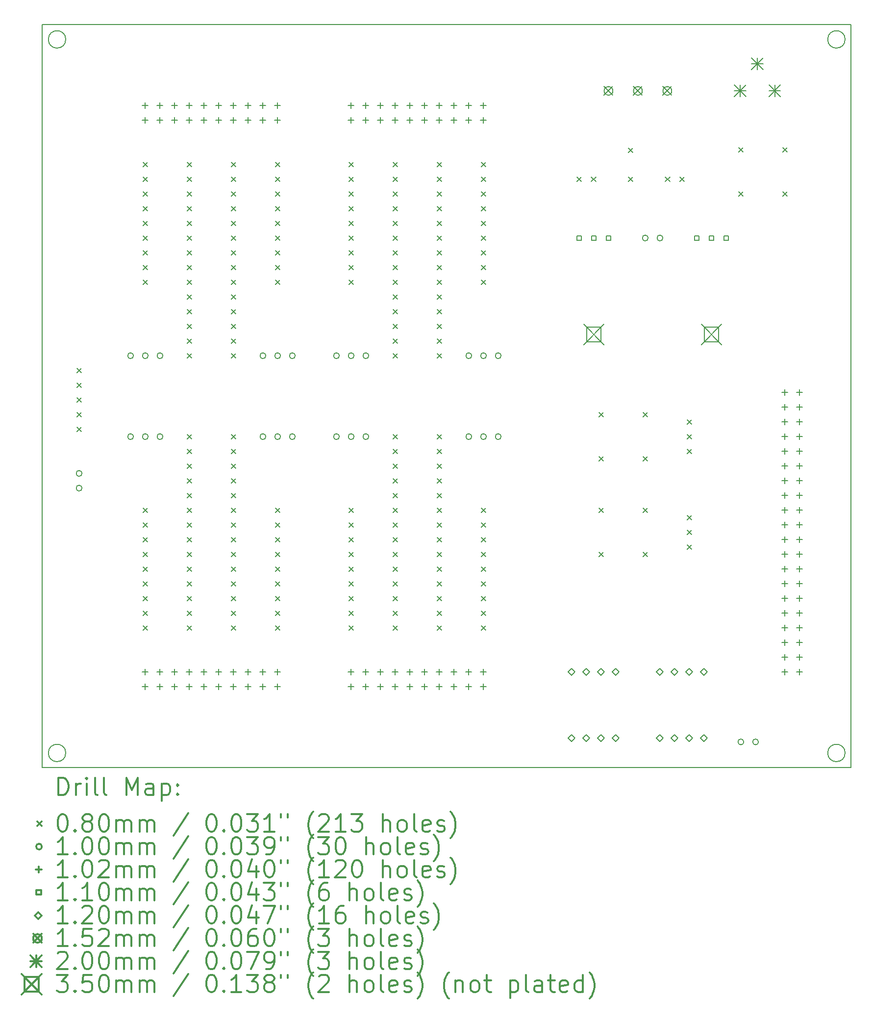
<source format=gbr>
%FSLAX45Y45*%
G04 Gerber Fmt 4.5, Leading zero omitted, Abs format (unit mm)*
G04 Created by KiCad (PCBNEW (5.1.5)-3) date 2020-02-05 09:48:51*
%MOMM*%
%LPD*%
G04 APERTURE LIST*
%TA.AperFunction,Profile*%
%ADD10C,0.150000*%
%TD*%
%ADD11C,0.200000*%
%ADD12C,0.300000*%
G04 APERTURE END LIST*
D10*
X24915000Y-3429000D02*
G75*
G03X24915000Y-3429000I-150000J0D01*
G01*
X24915000Y-15748000D02*
G75*
G03X24915000Y-15748000I-150000J0D01*
G01*
X11453000Y-15748000D02*
G75*
G03X11453000Y-15748000I-150000J0D01*
G01*
X11453000Y-3429000D02*
G75*
G03X11453000Y-3429000I-150000J0D01*
G01*
X11049000Y-16002000D02*
X11049000Y-3175000D01*
X25019000Y-16002000D02*
X11049000Y-16002000D01*
X25019000Y-3175000D02*
X25019000Y-16002000D01*
X11049000Y-3175000D02*
X25019000Y-3175000D01*
D11*
X17105000Y-10247000D02*
X17185000Y-10327000D01*
X17185000Y-10247000D02*
X17105000Y-10327000D01*
X17105000Y-10501000D02*
X17185000Y-10581000D01*
X17185000Y-10501000D02*
X17105000Y-10581000D01*
X17105000Y-10755000D02*
X17185000Y-10835000D01*
X17185000Y-10755000D02*
X17105000Y-10835000D01*
X17105000Y-11009000D02*
X17185000Y-11089000D01*
X17185000Y-11009000D02*
X17105000Y-11089000D01*
X17105000Y-11263000D02*
X17185000Y-11343000D01*
X17185000Y-11263000D02*
X17105000Y-11343000D01*
X17105000Y-11517000D02*
X17185000Y-11597000D01*
X17185000Y-11517000D02*
X17105000Y-11597000D01*
X17105000Y-11771000D02*
X17185000Y-11851000D01*
X17185000Y-11771000D02*
X17105000Y-11851000D01*
X17105000Y-12025000D02*
X17185000Y-12105000D01*
X17185000Y-12025000D02*
X17105000Y-12105000D01*
X17105000Y-12279000D02*
X17185000Y-12359000D01*
X17185000Y-12279000D02*
X17105000Y-12359000D01*
X17105000Y-12533000D02*
X17185000Y-12613000D01*
X17185000Y-12533000D02*
X17105000Y-12613000D01*
X17105000Y-12787000D02*
X17185000Y-12867000D01*
X17185000Y-12787000D02*
X17105000Y-12867000D01*
X17105000Y-13041000D02*
X17185000Y-13121000D01*
X17185000Y-13041000D02*
X17105000Y-13121000D01*
X17105000Y-13295000D02*
X17185000Y-13375000D01*
X17185000Y-13295000D02*
X17105000Y-13375000D01*
X17105000Y-13549000D02*
X17185000Y-13629000D01*
X17185000Y-13549000D02*
X17105000Y-13629000D01*
X17867000Y-10247000D02*
X17947000Y-10327000D01*
X17947000Y-10247000D02*
X17867000Y-10327000D01*
X17867000Y-10501000D02*
X17947000Y-10581000D01*
X17947000Y-10501000D02*
X17867000Y-10581000D01*
X17867000Y-10755000D02*
X17947000Y-10835000D01*
X17947000Y-10755000D02*
X17867000Y-10835000D01*
X17867000Y-11009000D02*
X17947000Y-11089000D01*
X17947000Y-11009000D02*
X17867000Y-11089000D01*
X17867000Y-11263000D02*
X17947000Y-11343000D01*
X17947000Y-11263000D02*
X17867000Y-11343000D01*
X17867000Y-11517000D02*
X17947000Y-11597000D01*
X17947000Y-11517000D02*
X17867000Y-11597000D01*
X17867000Y-11771000D02*
X17947000Y-11851000D01*
X17947000Y-11771000D02*
X17867000Y-11851000D01*
X17867000Y-12025000D02*
X17947000Y-12105000D01*
X17947000Y-12025000D02*
X17867000Y-12105000D01*
X17867000Y-12279000D02*
X17947000Y-12359000D01*
X17947000Y-12279000D02*
X17867000Y-12359000D01*
X17867000Y-12533000D02*
X17947000Y-12613000D01*
X17947000Y-12533000D02*
X17867000Y-12613000D01*
X17867000Y-12787000D02*
X17947000Y-12867000D01*
X17947000Y-12787000D02*
X17867000Y-12867000D01*
X17867000Y-13041000D02*
X17947000Y-13121000D01*
X17947000Y-13041000D02*
X17867000Y-13121000D01*
X17867000Y-13295000D02*
X17947000Y-13375000D01*
X17947000Y-13295000D02*
X17867000Y-13375000D01*
X17867000Y-13549000D02*
X17947000Y-13629000D01*
X17947000Y-13549000D02*
X17867000Y-13629000D01*
X20661000Y-12279000D02*
X20741000Y-12359000D01*
X20741000Y-12279000D02*
X20661000Y-12359000D01*
X21423000Y-12279000D02*
X21503000Y-12359000D01*
X21503000Y-12279000D02*
X21423000Y-12359000D01*
X11644000Y-9104000D02*
X11724000Y-9184000D01*
X11724000Y-9104000D02*
X11644000Y-9184000D01*
X11644000Y-9358000D02*
X11724000Y-9438000D01*
X11724000Y-9358000D02*
X11644000Y-9438000D01*
X11644000Y-9612000D02*
X11724000Y-9692000D01*
X11724000Y-9612000D02*
X11644000Y-9692000D01*
X11644000Y-9866000D02*
X11724000Y-9946000D01*
X11724000Y-9866000D02*
X11644000Y-9946000D01*
X11644000Y-10120000D02*
X11724000Y-10200000D01*
X11724000Y-10120000D02*
X11644000Y-10200000D01*
X16343000Y-5548000D02*
X16423000Y-5628000D01*
X16423000Y-5548000D02*
X16343000Y-5628000D01*
X16343000Y-5802000D02*
X16423000Y-5882000D01*
X16423000Y-5802000D02*
X16343000Y-5882000D01*
X16343000Y-6056000D02*
X16423000Y-6136000D01*
X16423000Y-6056000D02*
X16343000Y-6136000D01*
X16343000Y-6310000D02*
X16423000Y-6390000D01*
X16423000Y-6310000D02*
X16343000Y-6390000D01*
X16343000Y-6564000D02*
X16423000Y-6644000D01*
X16423000Y-6564000D02*
X16343000Y-6644000D01*
X16343000Y-6818000D02*
X16423000Y-6898000D01*
X16423000Y-6818000D02*
X16343000Y-6898000D01*
X16343000Y-7072000D02*
X16423000Y-7152000D01*
X16423000Y-7072000D02*
X16343000Y-7152000D01*
X16343000Y-7326000D02*
X16423000Y-7406000D01*
X16423000Y-7326000D02*
X16343000Y-7406000D01*
X16343000Y-7580000D02*
X16423000Y-7660000D01*
X16423000Y-7580000D02*
X16343000Y-7660000D01*
X21169000Y-5302000D02*
X21249000Y-5382000D01*
X21249000Y-5302000D02*
X21169000Y-5382000D01*
X21169000Y-5802000D02*
X21249000Y-5882000D01*
X21249000Y-5802000D02*
X21169000Y-5882000D01*
X16343000Y-11517000D02*
X16423000Y-11597000D01*
X16423000Y-11517000D02*
X16343000Y-11597000D01*
X16343000Y-11771000D02*
X16423000Y-11851000D01*
X16423000Y-11771000D02*
X16343000Y-11851000D01*
X16343000Y-12025000D02*
X16423000Y-12105000D01*
X16423000Y-12025000D02*
X16343000Y-12105000D01*
X16343000Y-12279000D02*
X16423000Y-12359000D01*
X16423000Y-12279000D02*
X16343000Y-12359000D01*
X16343000Y-12533000D02*
X16423000Y-12613000D01*
X16423000Y-12533000D02*
X16343000Y-12613000D01*
X16343000Y-12787000D02*
X16423000Y-12867000D01*
X16423000Y-12787000D02*
X16343000Y-12867000D01*
X16343000Y-13041000D02*
X16423000Y-13121000D01*
X16423000Y-13041000D02*
X16343000Y-13121000D01*
X16343000Y-13295000D02*
X16423000Y-13375000D01*
X16423000Y-13295000D02*
X16343000Y-13375000D01*
X16343000Y-13549000D02*
X16423000Y-13629000D01*
X16423000Y-13549000D02*
X16343000Y-13629000D01*
X15073000Y-5548000D02*
X15153000Y-5628000D01*
X15153000Y-5548000D02*
X15073000Y-5628000D01*
X15073000Y-5802000D02*
X15153000Y-5882000D01*
X15153000Y-5802000D02*
X15073000Y-5882000D01*
X15073000Y-6056000D02*
X15153000Y-6136000D01*
X15153000Y-6056000D02*
X15073000Y-6136000D01*
X15073000Y-6310000D02*
X15153000Y-6390000D01*
X15153000Y-6310000D02*
X15073000Y-6390000D01*
X15073000Y-6564000D02*
X15153000Y-6644000D01*
X15153000Y-6564000D02*
X15073000Y-6644000D01*
X15073000Y-6818000D02*
X15153000Y-6898000D01*
X15153000Y-6818000D02*
X15073000Y-6898000D01*
X15073000Y-7072000D02*
X15153000Y-7152000D01*
X15153000Y-7072000D02*
X15073000Y-7152000D01*
X15073000Y-7326000D02*
X15153000Y-7406000D01*
X15153000Y-7326000D02*
X15073000Y-7406000D01*
X15073000Y-7580000D02*
X15153000Y-7660000D01*
X15153000Y-7580000D02*
X15073000Y-7660000D01*
X18629000Y-11517000D02*
X18709000Y-11597000D01*
X18709000Y-11517000D02*
X18629000Y-11597000D01*
X18629000Y-11771000D02*
X18709000Y-11851000D01*
X18709000Y-11771000D02*
X18629000Y-11851000D01*
X18629000Y-12025000D02*
X18709000Y-12105000D01*
X18709000Y-12025000D02*
X18629000Y-12105000D01*
X18629000Y-12279000D02*
X18709000Y-12359000D01*
X18709000Y-12279000D02*
X18629000Y-12359000D01*
X18629000Y-12533000D02*
X18709000Y-12613000D01*
X18709000Y-12533000D02*
X18629000Y-12613000D01*
X18629000Y-12787000D02*
X18709000Y-12867000D01*
X18709000Y-12787000D02*
X18629000Y-12867000D01*
X18629000Y-13041000D02*
X18709000Y-13121000D01*
X18709000Y-13041000D02*
X18629000Y-13121000D01*
X18629000Y-13295000D02*
X18709000Y-13375000D01*
X18709000Y-13295000D02*
X18629000Y-13375000D01*
X18629000Y-13549000D02*
X18709000Y-13629000D01*
X18709000Y-13549000D02*
X18629000Y-13629000D01*
X17105000Y-5548000D02*
X17185000Y-5628000D01*
X17185000Y-5548000D02*
X17105000Y-5628000D01*
X17105000Y-5802000D02*
X17185000Y-5882000D01*
X17185000Y-5802000D02*
X17105000Y-5882000D01*
X17105000Y-6056000D02*
X17185000Y-6136000D01*
X17185000Y-6056000D02*
X17105000Y-6136000D01*
X17105000Y-6310000D02*
X17185000Y-6390000D01*
X17185000Y-6310000D02*
X17105000Y-6390000D01*
X17105000Y-6564000D02*
X17185000Y-6644000D01*
X17185000Y-6564000D02*
X17105000Y-6644000D01*
X17105000Y-6818000D02*
X17185000Y-6898000D01*
X17185000Y-6818000D02*
X17105000Y-6898000D01*
X17105000Y-7072000D02*
X17185000Y-7152000D01*
X17185000Y-7072000D02*
X17105000Y-7152000D01*
X17105000Y-7326000D02*
X17185000Y-7406000D01*
X17185000Y-7326000D02*
X17105000Y-7406000D01*
X17105000Y-7580000D02*
X17185000Y-7660000D01*
X17185000Y-7580000D02*
X17105000Y-7660000D01*
X17105000Y-7834000D02*
X17185000Y-7914000D01*
X17185000Y-7834000D02*
X17105000Y-7914000D01*
X17105000Y-8088000D02*
X17185000Y-8168000D01*
X17185000Y-8088000D02*
X17105000Y-8168000D01*
X17105000Y-8342000D02*
X17185000Y-8422000D01*
X17185000Y-8342000D02*
X17105000Y-8422000D01*
X17105000Y-8596000D02*
X17185000Y-8676000D01*
X17185000Y-8596000D02*
X17105000Y-8676000D01*
X17105000Y-8850000D02*
X17185000Y-8930000D01*
X17185000Y-8850000D02*
X17105000Y-8930000D01*
X17867000Y-5548000D02*
X17947000Y-5628000D01*
X17947000Y-5548000D02*
X17867000Y-5628000D01*
X17867000Y-5802000D02*
X17947000Y-5882000D01*
X17947000Y-5802000D02*
X17867000Y-5882000D01*
X17867000Y-6056000D02*
X17947000Y-6136000D01*
X17947000Y-6056000D02*
X17867000Y-6136000D01*
X17867000Y-6310000D02*
X17947000Y-6390000D01*
X17947000Y-6310000D02*
X17867000Y-6390000D01*
X17867000Y-6564000D02*
X17947000Y-6644000D01*
X17947000Y-6564000D02*
X17867000Y-6644000D01*
X17867000Y-6818000D02*
X17947000Y-6898000D01*
X17947000Y-6818000D02*
X17867000Y-6898000D01*
X17867000Y-7072000D02*
X17947000Y-7152000D01*
X17947000Y-7072000D02*
X17867000Y-7152000D01*
X17867000Y-7326000D02*
X17947000Y-7406000D01*
X17947000Y-7326000D02*
X17867000Y-7406000D01*
X17867000Y-7580000D02*
X17947000Y-7660000D01*
X17947000Y-7580000D02*
X17867000Y-7660000D01*
X17867000Y-7834000D02*
X17947000Y-7914000D01*
X17947000Y-7834000D02*
X17867000Y-7914000D01*
X17867000Y-8088000D02*
X17947000Y-8168000D01*
X17947000Y-8088000D02*
X17867000Y-8168000D01*
X17867000Y-8342000D02*
X17947000Y-8422000D01*
X17947000Y-8342000D02*
X17867000Y-8422000D01*
X17867000Y-8596000D02*
X17947000Y-8676000D01*
X17947000Y-8596000D02*
X17867000Y-8676000D01*
X17867000Y-8850000D02*
X17947000Y-8930000D01*
X17947000Y-8850000D02*
X17867000Y-8930000D01*
X23074000Y-5294000D02*
X23154000Y-5374000D01*
X23154000Y-5294000D02*
X23074000Y-5374000D01*
X23074000Y-6056000D02*
X23154000Y-6136000D01*
X23154000Y-6056000D02*
X23074000Y-6136000D01*
X13549000Y-10247000D02*
X13629000Y-10327000D01*
X13629000Y-10247000D02*
X13549000Y-10327000D01*
X13549000Y-10501000D02*
X13629000Y-10581000D01*
X13629000Y-10501000D02*
X13549000Y-10581000D01*
X13549000Y-10755000D02*
X13629000Y-10835000D01*
X13629000Y-10755000D02*
X13549000Y-10835000D01*
X13549000Y-11009000D02*
X13629000Y-11089000D01*
X13629000Y-11009000D02*
X13549000Y-11089000D01*
X13549000Y-11263000D02*
X13629000Y-11343000D01*
X13629000Y-11263000D02*
X13549000Y-11343000D01*
X13549000Y-11517000D02*
X13629000Y-11597000D01*
X13629000Y-11517000D02*
X13549000Y-11597000D01*
X13549000Y-11771000D02*
X13629000Y-11851000D01*
X13629000Y-11771000D02*
X13549000Y-11851000D01*
X13549000Y-12025000D02*
X13629000Y-12105000D01*
X13629000Y-12025000D02*
X13549000Y-12105000D01*
X13549000Y-12279000D02*
X13629000Y-12359000D01*
X13629000Y-12279000D02*
X13549000Y-12359000D01*
X13549000Y-12533000D02*
X13629000Y-12613000D01*
X13629000Y-12533000D02*
X13549000Y-12613000D01*
X13549000Y-12787000D02*
X13629000Y-12867000D01*
X13629000Y-12787000D02*
X13549000Y-12867000D01*
X13549000Y-13041000D02*
X13629000Y-13121000D01*
X13629000Y-13041000D02*
X13549000Y-13121000D01*
X13549000Y-13295000D02*
X13629000Y-13375000D01*
X13629000Y-13295000D02*
X13549000Y-13375000D01*
X13549000Y-13549000D02*
X13629000Y-13629000D01*
X13629000Y-13549000D02*
X13549000Y-13629000D01*
X14311000Y-10247000D02*
X14391000Y-10327000D01*
X14391000Y-10247000D02*
X14311000Y-10327000D01*
X14311000Y-10501000D02*
X14391000Y-10581000D01*
X14391000Y-10501000D02*
X14311000Y-10581000D01*
X14311000Y-10755000D02*
X14391000Y-10835000D01*
X14391000Y-10755000D02*
X14311000Y-10835000D01*
X14311000Y-11009000D02*
X14391000Y-11089000D01*
X14391000Y-11009000D02*
X14311000Y-11089000D01*
X14311000Y-11263000D02*
X14391000Y-11343000D01*
X14391000Y-11263000D02*
X14311000Y-11343000D01*
X14311000Y-11517000D02*
X14391000Y-11597000D01*
X14391000Y-11517000D02*
X14311000Y-11597000D01*
X14311000Y-11771000D02*
X14391000Y-11851000D01*
X14391000Y-11771000D02*
X14311000Y-11851000D01*
X14311000Y-12025000D02*
X14391000Y-12105000D01*
X14391000Y-12025000D02*
X14311000Y-12105000D01*
X14311000Y-12279000D02*
X14391000Y-12359000D01*
X14391000Y-12279000D02*
X14311000Y-12359000D01*
X14311000Y-12533000D02*
X14391000Y-12613000D01*
X14391000Y-12533000D02*
X14311000Y-12613000D01*
X14311000Y-12787000D02*
X14391000Y-12867000D01*
X14391000Y-12787000D02*
X14311000Y-12867000D01*
X14311000Y-13041000D02*
X14391000Y-13121000D01*
X14391000Y-13041000D02*
X14311000Y-13121000D01*
X14311000Y-13295000D02*
X14391000Y-13375000D01*
X14391000Y-13295000D02*
X14311000Y-13375000D01*
X14311000Y-13549000D02*
X14391000Y-13629000D01*
X14391000Y-13549000D02*
X14311000Y-13629000D01*
X22185000Y-11644000D02*
X22265000Y-11724000D01*
X22265000Y-11644000D02*
X22185000Y-11724000D01*
X22185000Y-11898000D02*
X22265000Y-11978000D01*
X22265000Y-11898000D02*
X22185000Y-11978000D01*
X22185000Y-12152000D02*
X22265000Y-12232000D01*
X22265000Y-12152000D02*
X22185000Y-12232000D01*
X23836000Y-5298000D02*
X23916000Y-5378000D01*
X23916000Y-5298000D02*
X23836000Y-5378000D01*
X23836000Y-6060000D02*
X23916000Y-6140000D01*
X23916000Y-6060000D02*
X23836000Y-6140000D01*
X18629000Y-5548000D02*
X18709000Y-5628000D01*
X18709000Y-5548000D02*
X18629000Y-5628000D01*
X18629000Y-5802000D02*
X18709000Y-5882000D01*
X18709000Y-5802000D02*
X18629000Y-5882000D01*
X18629000Y-6056000D02*
X18709000Y-6136000D01*
X18709000Y-6056000D02*
X18629000Y-6136000D01*
X18629000Y-6310000D02*
X18709000Y-6390000D01*
X18709000Y-6310000D02*
X18629000Y-6390000D01*
X18629000Y-6564000D02*
X18709000Y-6644000D01*
X18709000Y-6564000D02*
X18629000Y-6644000D01*
X18629000Y-6818000D02*
X18709000Y-6898000D01*
X18709000Y-6818000D02*
X18629000Y-6898000D01*
X18629000Y-7072000D02*
X18709000Y-7152000D01*
X18709000Y-7072000D02*
X18629000Y-7152000D01*
X18629000Y-7326000D02*
X18709000Y-7406000D01*
X18709000Y-7326000D02*
X18629000Y-7406000D01*
X18629000Y-7580000D02*
X18709000Y-7660000D01*
X18709000Y-7580000D02*
X18629000Y-7660000D01*
X12787000Y-11517000D02*
X12867000Y-11597000D01*
X12867000Y-11517000D02*
X12787000Y-11597000D01*
X12787000Y-11771000D02*
X12867000Y-11851000D01*
X12867000Y-11771000D02*
X12787000Y-11851000D01*
X12787000Y-12025000D02*
X12867000Y-12105000D01*
X12867000Y-12025000D02*
X12787000Y-12105000D01*
X12787000Y-12279000D02*
X12867000Y-12359000D01*
X12867000Y-12279000D02*
X12787000Y-12359000D01*
X12787000Y-12533000D02*
X12867000Y-12613000D01*
X12867000Y-12533000D02*
X12787000Y-12613000D01*
X12787000Y-12787000D02*
X12867000Y-12867000D01*
X12867000Y-12787000D02*
X12787000Y-12867000D01*
X12787000Y-13041000D02*
X12867000Y-13121000D01*
X12867000Y-13041000D02*
X12787000Y-13121000D01*
X12787000Y-13295000D02*
X12867000Y-13375000D01*
X12867000Y-13295000D02*
X12787000Y-13375000D01*
X12787000Y-13549000D02*
X12867000Y-13629000D01*
X12867000Y-13549000D02*
X12787000Y-13629000D01*
X20661000Y-10628000D02*
X20741000Y-10708000D01*
X20741000Y-10628000D02*
X20661000Y-10708000D01*
X21423000Y-10628000D02*
X21503000Y-10708000D01*
X21503000Y-10628000D02*
X21423000Y-10708000D01*
X22185000Y-9993000D02*
X22265000Y-10073000D01*
X22265000Y-9993000D02*
X22185000Y-10073000D01*
X22185000Y-10247000D02*
X22265000Y-10327000D01*
X22265000Y-10247000D02*
X22185000Y-10327000D01*
X22185000Y-10501000D02*
X22265000Y-10581000D01*
X22265000Y-10501000D02*
X22185000Y-10581000D01*
X20661000Y-9866000D02*
X20741000Y-9946000D01*
X20741000Y-9866000D02*
X20661000Y-9946000D01*
X21423000Y-9866000D02*
X21503000Y-9946000D01*
X21503000Y-9866000D02*
X21423000Y-9946000D01*
X13549000Y-5548000D02*
X13629000Y-5628000D01*
X13629000Y-5548000D02*
X13549000Y-5628000D01*
X13549000Y-5802000D02*
X13629000Y-5882000D01*
X13629000Y-5802000D02*
X13549000Y-5882000D01*
X13549000Y-6056000D02*
X13629000Y-6136000D01*
X13629000Y-6056000D02*
X13549000Y-6136000D01*
X13549000Y-6310000D02*
X13629000Y-6390000D01*
X13629000Y-6310000D02*
X13549000Y-6390000D01*
X13549000Y-6564000D02*
X13629000Y-6644000D01*
X13629000Y-6564000D02*
X13549000Y-6644000D01*
X13549000Y-6818000D02*
X13629000Y-6898000D01*
X13629000Y-6818000D02*
X13549000Y-6898000D01*
X13549000Y-7072000D02*
X13629000Y-7152000D01*
X13629000Y-7072000D02*
X13549000Y-7152000D01*
X13549000Y-7326000D02*
X13629000Y-7406000D01*
X13629000Y-7326000D02*
X13549000Y-7406000D01*
X13549000Y-7580000D02*
X13629000Y-7660000D01*
X13629000Y-7580000D02*
X13549000Y-7660000D01*
X13549000Y-7834000D02*
X13629000Y-7914000D01*
X13629000Y-7834000D02*
X13549000Y-7914000D01*
X13549000Y-8088000D02*
X13629000Y-8168000D01*
X13629000Y-8088000D02*
X13549000Y-8168000D01*
X13549000Y-8342000D02*
X13629000Y-8422000D01*
X13629000Y-8342000D02*
X13549000Y-8422000D01*
X13549000Y-8596000D02*
X13629000Y-8676000D01*
X13629000Y-8596000D02*
X13549000Y-8676000D01*
X13549000Y-8850000D02*
X13629000Y-8930000D01*
X13629000Y-8850000D02*
X13549000Y-8930000D01*
X14311000Y-5548000D02*
X14391000Y-5628000D01*
X14391000Y-5548000D02*
X14311000Y-5628000D01*
X14311000Y-5802000D02*
X14391000Y-5882000D01*
X14391000Y-5802000D02*
X14311000Y-5882000D01*
X14311000Y-6056000D02*
X14391000Y-6136000D01*
X14391000Y-6056000D02*
X14311000Y-6136000D01*
X14311000Y-6310000D02*
X14391000Y-6390000D01*
X14391000Y-6310000D02*
X14311000Y-6390000D01*
X14311000Y-6564000D02*
X14391000Y-6644000D01*
X14391000Y-6564000D02*
X14311000Y-6644000D01*
X14311000Y-6818000D02*
X14391000Y-6898000D01*
X14391000Y-6818000D02*
X14311000Y-6898000D01*
X14311000Y-7072000D02*
X14391000Y-7152000D01*
X14391000Y-7072000D02*
X14311000Y-7152000D01*
X14311000Y-7326000D02*
X14391000Y-7406000D01*
X14391000Y-7326000D02*
X14311000Y-7406000D01*
X14311000Y-7580000D02*
X14391000Y-7660000D01*
X14391000Y-7580000D02*
X14311000Y-7660000D01*
X14311000Y-7834000D02*
X14391000Y-7914000D01*
X14391000Y-7834000D02*
X14311000Y-7914000D01*
X14311000Y-8088000D02*
X14391000Y-8168000D01*
X14391000Y-8088000D02*
X14311000Y-8168000D01*
X14311000Y-8342000D02*
X14391000Y-8422000D01*
X14391000Y-8342000D02*
X14311000Y-8422000D01*
X14311000Y-8596000D02*
X14391000Y-8676000D01*
X14391000Y-8596000D02*
X14311000Y-8676000D01*
X14311000Y-8850000D02*
X14391000Y-8930000D01*
X14391000Y-8850000D02*
X14311000Y-8930000D01*
X12787000Y-5548000D02*
X12867000Y-5628000D01*
X12867000Y-5548000D02*
X12787000Y-5628000D01*
X12787000Y-5802000D02*
X12867000Y-5882000D01*
X12867000Y-5802000D02*
X12787000Y-5882000D01*
X12787000Y-6056000D02*
X12867000Y-6136000D01*
X12867000Y-6056000D02*
X12787000Y-6136000D01*
X12787000Y-6310000D02*
X12867000Y-6390000D01*
X12867000Y-6310000D02*
X12787000Y-6390000D01*
X12787000Y-6564000D02*
X12867000Y-6644000D01*
X12867000Y-6564000D02*
X12787000Y-6644000D01*
X12787000Y-6818000D02*
X12867000Y-6898000D01*
X12867000Y-6818000D02*
X12787000Y-6898000D01*
X12787000Y-7072000D02*
X12867000Y-7152000D01*
X12867000Y-7072000D02*
X12787000Y-7152000D01*
X12787000Y-7326000D02*
X12867000Y-7406000D01*
X12867000Y-7326000D02*
X12787000Y-7406000D01*
X12787000Y-7580000D02*
X12867000Y-7660000D01*
X12867000Y-7580000D02*
X12787000Y-7660000D01*
X15073000Y-11517000D02*
X15153000Y-11597000D01*
X15153000Y-11517000D02*
X15073000Y-11597000D01*
X15073000Y-11771000D02*
X15153000Y-11851000D01*
X15153000Y-11771000D02*
X15073000Y-11851000D01*
X15073000Y-12025000D02*
X15153000Y-12105000D01*
X15153000Y-12025000D02*
X15073000Y-12105000D01*
X15073000Y-12279000D02*
X15153000Y-12359000D01*
X15153000Y-12279000D02*
X15073000Y-12359000D01*
X15073000Y-12533000D02*
X15153000Y-12613000D01*
X15153000Y-12533000D02*
X15073000Y-12613000D01*
X15073000Y-12787000D02*
X15153000Y-12867000D01*
X15153000Y-12787000D02*
X15073000Y-12867000D01*
X15073000Y-13041000D02*
X15153000Y-13121000D01*
X15153000Y-13041000D02*
X15073000Y-13121000D01*
X15073000Y-13295000D02*
X15153000Y-13375000D01*
X15153000Y-13295000D02*
X15073000Y-13375000D01*
X15073000Y-13549000D02*
X15153000Y-13629000D01*
X15153000Y-13549000D02*
X15073000Y-13629000D01*
X20661000Y-11517000D02*
X20741000Y-11597000D01*
X20741000Y-11517000D02*
X20661000Y-11597000D01*
X21423000Y-11517000D02*
X21503000Y-11597000D01*
X21503000Y-11517000D02*
X21423000Y-11597000D01*
X20280000Y-5802000D02*
X20360000Y-5882000D01*
X20360000Y-5802000D02*
X20280000Y-5882000D01*
X20530000Y-5802000D02*
X20610000Y-5882000D01*
X20610000Y-5802000D02*
X20530000Y-5882000D01*
X21808000Y-5802000D02*
X21888000Y-5882000D01*
X21888000Y-5802000D02*
X21808000Y-5882000D01*
X22058000Y-5802000D02*
X22138000Y-5882000D01*
X22138000Y-5802000D02*
X22058000Y-5882000D01*
X16179000Y-10287000D02*
G75*
G03X16179000Y-10287000I-50000J0D01*
G01*
X16433000Y-10287000D02*
G75*
G03X16433000Y-10287000I-50000J0D01*
G01*
X16687000Y-10287000D02*
G75*
G03X16687000Y-10287000I-50000J0D01*
G01*
X12623000Y-8890000D02*
G75*
G03X12623000Y-8890000I-50000J0D01*
G01*
X12877000Y-8890000D02*
G75*
G03X12877000Y-8890000I-50000J0D01*
G01*
X13131000Y-8890000D02*
G75*
G03X13131000Y-8890000I-50000J0D01*
G01*
X16179000Y-8890000D02*
G75*
G03X16179000Y-8890000I-50000J0D01*
G01*
X16433000Y-8890000D02*
G75*
G03X16433000Y-8890000I-50000J0D01*
G01*
X16687000Y-8890000D02*
G75*
G03X16687000Y-8890000I-50000J0D01*
G01*
X14909000Y-8890000D02*
G75*
G03X14909000Y-8890000I-50000J0D01*
G01*
X15163000Y-8890000D02*
G75*
G03X15163000Y-8890000I-50000J0D01*
G01*
X15417000Y-8890000D02*
G75*
G03X15417000Y-8890000I-50000J0D01*
G01*
X12623000Y-10287000D02*
G75*
G03X12623000Y-10287000I-50000J0D01*
G01*
X12877000Y-10287000D02*
G75*
G03X12877000Y-10287000I-50000J0D01*
G01*
X13131000Y-10287000D02*
G75*
G03X13131000Y-10287000I-50000J0D01*
G01*
X23164000Y-15557500D02*
G75*
G03X23164000Y-15557500I-50000J0D01*
G01*
X23418000Y-15557500D02*
G75*
G03X23418000Y-15557500I-50000J0D01*
G01*
X11734000Y-10922000D02*
G75*
G03X11734000Y-10922000I-50000J0D01*
G01*
X11734000Y-11176000D02*
G75*
G03X11734000Y-11176000I-50000J0D01*
G01*
X14909000Y-10287000D02*
G75*
G03X14909000Y-10287000I-50000J0D01*
G01*
X15163000Y-10287000D02*
G75*
G03X15163000Y-10287000I-50000J0D01*
G01*
X15417000Y-10287000D02*
G75*
G03X15417000Y-10287000I-50000J0D01*
G01*
X18465000Y-10287000D02*
G75*
G03X18465000Y-10287000I-50000J0D01*
G01*
X18719000Y-10287000D02*
G75*
G03X18719000Y-10287000I-50000J0D01*
G01*
X18973000Y-10287000D02*
G75*
G03X18973000Y-10287000I-50000J0D01*
G01*
X21513000Y-6858000D02*
G75*
G03X21513000Y-6858000I-50000J0D01*
G01*
X21767000Y-6858000D02*
G75*
G03X21767000Y-6858000I-50000J0D01*
G01*
X18465000Y-8890000D02*
G75*
G03X18465000Y-8890000I-50000J0D01*
G01*
X18719000Y-8890000D02*
G75*
G03X18719000Y-8890000I-50000J0D01*
G01*
X18973000Y-8890000D02*
G75*
G03X18973000Y-8890000I-50000J0D01*
G01*
X16383000Y-4521200D02*
X16383000Y-4622800D01*
X16332200Y-4572000D02*
X16433800Y-4572000D01*
X16383000Y-4775200D02*
X16383000Y-4876800D01*
X16332200Y-4826000D02*
X16433800Y-4826000D01*
X16637000Y-4521200D02*
X16637000Y-4622800D01*
X16586200Y-4572000D02*
X16687800Y-4572000D01*
X16637000Y-4775200D02*
X16637000Y-4876800D01*
X16586200Y-4826000D02*
X16687800Y-4826000D01*
X16891000Y-4521200D02*
X16891000Y-4622800D01*
X16840200Y-4572000D02*
X16941800Y-4572000D01*
X16891000Y-4775200D02*
X16891000Y-4876800D01*
X16840200Y-4826000D02*
X16941800Y-4826000D01*
X17145000Y-4521200D02*
X17145000Y-4622800D01*
X17094200Y-4572000D02*
X17195800Y-4572000D01*
X17145000Y-4775200D02*
X17145000Y-4876800D01*
X17094200Y-4826000D02*
X17195800Y-4826000D01*
X17399000Y-4521200D02*
X17399000Y-4622800D01*
X17348200Y-4572000D02*
X17449800Y-4572000D01*
X17399000Y-4775200D02*
X17399000Y-4876800D01*
X17348200Y-4826000D02*
X17449800Y-4826000D01*
X17653000Y-4521200D02*
X17653000Y-4622800D01*
X17602200Y-4572000D02*
X17703800Y-4572000D01*
X17653000Y-4775200D02*
X17653000Y-4876800D01*
X17602200Y-4826000D02*
X17703800Y-4826000D01*
X17907000Y-4521200D02*
X17907000Y-4622800D01*
X17856200Y-4572000D02*
X17957800Y-4572000D01*
X17907000Y-4775200D02*
X17907000Y-4876800D01*
X17856200Y-4826000D02*
X17957800Y-4826000D01*
X18161000Y-4521200D02*
X18161000Y-4622800D01*
X18110200Y-4572000D02*
X18211800Y-4572000D01*
X18161000Y-4775200D02*
X18161000Y-4876800D01*
X18110200Y-4826000D02*
X18211800Y-4826000D01*
X18415000Y-4521200D02*
X18415000Y-4622800D01*
X18364200Y-4572000D02*
X18465800Y-4572000D01*
X18415000Y-4775200D02*
X18415000Y-4876800D01*
X18364200Y-4826000D02*
X18465800Y-4826000D01*
X18669000Y-4521200D02*
X18669000Y-4622800D01*
X18618200Y-4572000D02*
X18719800Y-4572000D01*
X18669000Y-4775200D02*
X18669000Y-4876800D01*
X18618200Y-4826000D02*
X18719800Y-4826000D01*
X23876000Y-9474200D02*
X23876000Y-9575800D01*
X23825200Y-9525000D02*
X23926800Y-9525000D01*
X23876000Y-9728200D02*
X23876000Y-9829800D01*
X23825200Y-9779000D02*
X23926800Y-9779000D01*
X23876000Y-9982200D02*
X23876000Y-10083800D01*
X23825200Y-10033000D02*
X23926800Y-10033000D01*
X23876000Y-10236200D02*
X23876000Y-10337800D01*
X23825200Y-10287000D02*
X23926800Y-10287000D01*
X23876000Y-10490200D02*
X23876000Y-10591800D01*
X23825200Y-10541000D02*
X23926800Y-10541000D01*
X23876000Y-10744200D02*
X23876000Y-10845800D01*
X23825200Y-10795000D02*
X23926800Y-10795000D01*
X23876000Y-10998200D02*
X23876000Y-11099800D01*
X23825200Y-11049000D02*
X23926800Y-11049000D01*
X23876000Y-11252200D02*
X23876000Y-11353800D01*
X23825200Y-11303000D02*
X23926800Y-11303000D01*
X23876000Y-11506200D02*
X23876000Y-11607800D01*
X23825200Y-11557000D02*
X23926800Y-11557000D01*
X23876000Y-11760200D02*
X23876000Y-11861800D01*
X23825200Y-11811000D02*
X23926800Y-11811000D01*
X23876000Y-12014200D02*
X23876000Y-12115800D01*
X23825200Y-12065000D02*
X23926800Y-12065000D01*
X23876000Y-12268200D02*
X23876000Y-12369800D01*
X23825200Y-12319000D02*
X23926800Y-12319000D01*
X23876000Y-12522200D02*
X23876000Y-12623800D01*
X23825200Y-12573000D02*
X23926800Y-12573000D01*
X23876000Y-12776200D02*
X23876000Y-12877800D01*
X23825200Y-12827000D02*
X23926800Y-12827000D01*
X23876000Y-13030200D02*
X23876000Y-13131800D01*
X23825200Y-13081000D02*
X23926800Y-13081000D01*
X23876000Y-13284200D02*
X23876000Y-13385800D01*
X23825200Y-13335000D02*
X23926800Y-13335000D01*
X23876000Y-13538200D02*
X23876000Y-13639800D01*
X23825200Y-13589000D02*
X23926800Y-13589000D01*
X23876000Y-13792200D02*
X23876000Y-13893800D01*
X23825200Y-13843000D02*
X23926800Y-13843000D01*
X23876000Y-14046200D02*
X23876000Y-14147800D01*
X23825200Y-14097000D02*
X23926800Y-14097000D01*
X23876000Y-14300200D02*
X23876000Y-14401800D01*
X23825200Y-14351000D02*
X23926800Y-14351000D01*
X24130000Y-9474200D02*
X24130000Y-9575800D01*
X24079200Y-9525000D02*
X24180800Y-9525000D01*
X24130000Y-9728200D02*
X24130000Y-9829800D01*
X24079200Y-9779000D02*
X24180800Y-9779000D01*
X24130000Y-9982200D02*
X24130000Y-10083800D01*
X24079200Y-10033000D02*
X24180800Y-10033000D01*
X24130000Y-10236200D02*
X24130000Y-10337800D01*
X24079200Y-10287000D02*
X24180800Y-10287000D01*
X24130000Y-10490200D02*
X24130000Y-10591800D01*
X24079200Y-10541000D02*
X24180800Y-10541000D01*
X24130000Y-10744200D02*
X24130000Y-10845800D01*
X24079200Y-10795000D02*
X24180800Y-10795000D01*
X24130000Y-10998200D02*
X24130000Y-11099800D01*
X24079200Y-11049000D02*
X24180800Y-11049000D01*
X24130000Y-11252200D02*
X24130000Y-11353800D01*
X24079200Y-11303000D02*
X24180800Y-11303000D01*
X24130000Y-11506200D02*
X24130000Y-11607800D01*
X24079200Y-11557000D02*
X24180800Y-11557000D01*
X24130000Y-11760200D02*
X24130000Y-11861800D01*
X24079200Y-11811000D02*
X24180800Y-11811000D01*
X24130000Y-12014200D02*
X24130000Y-12115800D01*
X24079200Y-12065000D02*
X24180800Y-12065000D01*
X24130000Y-12268200D02*
X24130000Y-12369800D01*
X24079200Y-12319000D02*
X24180800Y-12319000D01*
X24130000Y-12522200D02*
X24130000Y-12623800D01*
X24079200Y-12573000D02*
X24180800Y-12573000D01*
X24130000Y-12776200D02*
X24130000Y-12877800D01*
X24079200Y-12827000D02*
X24180800Y-12827000D01*
X24130000Y-13030200D02*
X24130000Y-13131800D01*
X24079200Y-13081000D02*
X24180800Y-13081000D01*
X24130000Y-13284200D02*
X24130000Y-13385800D01*
X24079200Y-13335000D02*
X24180800Y-13335000D01*
X24130000Y-13538200D02*
X24130000Y-13639800D01*
X24079200Y-13589000D02*
X24180800Y-13589000D01*
X24130000Y-13792200D02*
X24130000Y-13893800D01*
X24079200Y-13843000D02*
X24180800Y-13843000D01*
X24130000Y-14046200D02*
X24130000Y-14147800D01*
X24079200Y-14097000D02*
X24180800Y-14097000D01*
X24130000Y-14300200D02*
X24130000Y-14401800D01*
X24079200Y-14351000D02*
X24180800Y-14351000D01*
X12827000Y-14300200D02*
X12827000Y-14401800D01*
X12776200Y-14351000D02*
X12877800Y-14351000D01*
X12827000Y-14554200D02*
X12827000Y-14655800D01*
X12776200Y-14605000D02*
X12877800Y-14605000D01*
X13081000Y-14300200D02*
X13081000Y-14401800D01*
X13030200Y-14351000D02*
X13131800Y-14351000D01*
X13081000Y-14554200D02*
X13081000Y-14655800D01*
X13030200Y-14605000D02*
X13131800Y-14605000D01*
X13335000Y-14300200D02*
X13335000Y-14401800D01*
X13284200Y-14351000D02*
X13385800Y-14351000D01*
X13335000Y-14554200D02*
X13335000Y-14655800D01*
X13284200Y-14605000D02*
X13385800Y-14605000D01*
X13589000Y-14300200D02*
X13589000Y-14401800D01*
X13538200Y-14351000D02*
X13639800Y-14351000D01*
X13589000Y-14554200D02*
X13589000Y-14655800D01*
X13538200Y-14605000D02*
X13639800Y-14605000D01*
X13843000Y-14300200D02*
X13843000Y-14401800D01*
X13792200Y-14351000D02*
X13893800Y-14351000D01*
X13843000Y-14554200D02*
X13843000Y-14655800D01*
X13792200Y-14605000D02*
X13893800Y-14605000D01*
X14097000Y-14300200D02*
X14097000Y-14401800D01*
X14046200Y-14351000D02*
X14147800Y-14351000D01*
X14097000Y-14554200D02*
X14097000Y-14655800D01*
X14046200Y-14605000D02*
X14147800Y-14605000D01*
X14351000Y-14300200D02*
X14351000Y-14401800D01*
X14300200Y-14351000D02*
X14401800Y-14351000D01*
X14351000Y-14554200D02*
X14351000Y-14655800D01*
X14300200Y-14605000D02*
X14401800Y-14605000D01*
X14605000Y-14300200D02*
X14605000Y-14401800D01*
X14554200Y-14351000D02*
X14655800Y-14351000D01*
X14605000Y-14554200D02*
X14605000Y-14655800D01*
X14554200Y-14605000D02*
X14655800Y-14605000D01*
X14859000Y-14300200D02*
X14859000Y-14401800D01*
X14808200Y-14351000D02*
X14909800Y-14351000D01*
X14859000Y-14554200D02*
X14859000Y-14655800D01*
X14808200Y-14605000D02*
X14909800Y-14605000D01*
X15113000Y-14300200D02*
X15113000Y-14401800D01*
X15062200Y-14351000D02*
X15163800Y-14351000D01*
X15113000Y-14554200D02*
X15113000Y-14655800D01*
X15062200Y-14605000D02*
X15163800Y-14605000D01*
X12827000Y-4521200D02*
X12827000Y-4622800D01*
X12776200Y-4572000D02*
X12877800Y-4572000D01*
X12827000Y-4775200D02*
X12827000Y-4876800D01*
X12776200Y-4826000D02*
X12877800Y-4826000D01*
X13081000Y-4521200D02*
X13081000Y-4622800D01*
X13030200Y-4572000D02*
X13131800Y-4572000D01*
X13081000Y-4775200D02*
X13081000Y-4876800D01*
X13030200Y-4826000D02*
X13131800Y-4826000D01*
X13335000Y-4521200D02*
X13335000Y-4622800D01*
X13284200Y-4572000D02*
X13385800Y-4572000D01*
X13335000Y-4775200D02*
X13335000Y-4876800D01*
X13284200Y-4826000D02*
X13385800Y-4826000D01*
X13589000Y-4521200D02*
X13589000Y-4622800D01*
X13538200Y-4572000D02*
X13639800Y-4572000D01*
X13589000Y-4775200D02*
X13589000Y-4876800D01*
X13538200Y-4826000D02*
X13639800Y-4826000D01*
X13843000Y-4521200D02*
X13843000Y-4622800D01*
X13792200Y-4572000D02*
X13893800Y-4572000D01*
X13843000Y-4775200D02*
X13843000Y-4876800D01*
X13792200Y-4826000D02*
X13893800Y-4826000D01*
X14097000Y-4521200D02*
X14097000Y-4622800D01*
X14046200Y-4572000D02*
X14147800Y-4572000D01*
X14097000Y-4775200D02*
X14097000Y-4876800D01*
X14046200Y-4826000D02*
X14147800Y-4826000D01*
X14351000Y-4521200D02*
X14351000Y-4622800D01*
X14300200Y-4572000D02*
X14401800Y-4572000D01*
X14351000Y-4775200D02*
X14351000Y-4876800D01*
X14300200Y-4826000D02*
X14401800Y-4826000D01*
X14605000Y-4521200D02*
X14605000Y-4622800D01*
X14554200Y-4572000D02*
X14655800Y-4572000D01*
X14605000Y-4775200D02*
X14605000Y-4876800D01*
X14554200Y-4826000D02*
X14655800Y-4826000D01*
X14859000Y-4521200D02*
X14859000Y-4622800D01*
X14808200Y-4572000D02*
X14909800Y-4572000D01*
X14859000Y-4775200D02*
X14859000Y-4876800D01*
X14808200Y-4826000D02*
X14909800Y-4826000D01*
X15113000Y-4521200D02*
X15113000Y-4622800D01*
X15062200Y-4572000D02*
X15163800Y-4572000D01*
X15113000Y-4775200D02*
X15113000Y-4876800D01*
X15062200Y-4826000D02*
X15163800Y-4826000D01*
X16383000Y-14300200D02*
X16383000Y-14401800D01*
X16332200Y-14351000D02*
X16433800Y-14351000D01*
X16383000Y-14554200D02*
X16383000Y-14655800D01*
X16332200Y-14605000D02*
X16433800Y-14605000D01*
X16637000Y-14300200D02*
X16637000Y-14401800D01*
X16586200Y-14351000D02*
X16687800Y-14351000D01*
X16637000Y-14554200D02*
X16637000Y-14655800D01*
X16586200Y-14605000D02*
X16687800Y-14605000D01*
X16891000Y-14300200D02*
X16891000Y-14401800D01*
X16840200Y-14351000D02*
X16941800Y-14351000D01*
X16891000Y-14554200D02*
X16891000Y-14655800D01*
X16840200Y-14605000D02*
X16941800Y-14605000D01*
X17145000Y-14300200D02*
X17145000Y-14401800D01*
X17094200Y-14351000D02*
X17195800Y-14351000D01*
X17145000Y-14554200D02*
X17145000Y-14655800D01*
X17094200Y-14605000D02*
X17195800Y-14605000D01*
X17399000Y-14300200D02*
X17399000Y-14401800D01*
X17348200Y-14351000D02*
X17449800Y-14351000D01*
X17399000Y-14554200D02*
X17399000Y-14655800D01*
X17348200Y-14605000D02*
X17449800Y-14605000D01*
X17653000Y-14300200D02*
X17653000Y-14401800D01*
X17602200Y-14351000D02*
X17703800Y-14351000D01*
X17653000Y-14554200D02*
X17653000Y-14655800D01*
X17602200Y-14605000D02*
X17703800Y-14605000D01*
X17907000Y-14300200D02*
X17907000Y-14401800D01*
X17856200Y-14351000D02*
X17957800Y-14351000D01*
X17907000Y-14554200D02*
X17907000Y-14655800D01*
X17856200Y-14605000D02*
X17957800Y-14605000D01*
X18161000Y-14300200D02*
X18161000Y-14401800D01*
X18110200Y-14351000D02*
X18211800Y-14351000D01*
X18161000Y-14554200D02*
X18161000Y-14655800D01*
X18110200Y-14605000D02*
X18211800Y-14605000D01*
X18415000Y-14300200D02*
X18415000Y-14401800D01*
X18364200Y-14351000D02*
X18465800Y-14351000D01*
X18415000Y-14554200D02*
X18415000Y-14655800D01*
X18364200Y-14605000D02*
X18465800Y-14605000D01*
X18669000Y-14300200D02*
X18669000Y-14401800D01*
X18618200Y-14351000D02*
X18719800Y-14351000D01*
X18669000Y-14554200D02*
X18669000Y-14655800D01*
X18618200Y-14605000D02*
X18719800Y-14605000D01*
X22390891Y-6896891D02*
X22390891Y-6819109D01*
X22313109Y-6819109D01*
X22313109Y-6896891D01*
X22390891Y-6896891D01*
X22644891Y-6896891D02*
X22644891Y-6819109D01*
X22567109Y-6819109D01*
X22567109Y-6896891D01*
X22644891Y-6896891D01*
X22898891Y-6896891D02*
X22898891Y-6819109D01*
X22821109Y-6819109D01*
X22821109Y-6896891D01*
X22898891Y-6896891D01*
X20358891Y-6896891D02*
X20358891Y-6819109D01*
X20281109Y-6819109D01*
X20281109Y-6896891D01*
X20358891Y-6896891D01*
X20612891Y-6896891D02*
X20612891Y-6819109D01*
X20535109Y-6819109D01*
X20535109Y-6896891D01*
X20612891Y-6896891D01*
X20866891Y-6896891D02*
X20866891Y-6819109D01*
X20789109Y-6819109D01*
X20789109Y-6896891D01*
X20866891Y-6896891D01*
X20193000Y-14411000D02*
X20253000Y-14351000D01*
X20193000Y-14291000D01*
X20133000Y-14351000D01*
X20193000Y-14411000D01*
X20447000Y-14411000D02*
X20507000Y-14351000D01*
X20447000Y-14291000D01*
X20387000Y-14351000D01*
X20447000Y-14411000D01*
X20701000Y-14411000D02*
X20761000Y-14351000D01*
X20701000Y-14291000D01*
X20641000Y-14351000D01*
X20701000Y-14411000D01*
X20955000Y-14411000D02*
X21015000Y-14351000D01*
X20955000Y-14291000D01*
X20895000Y-14351000D01*
X20955000Y-14411000D01*
X21717000Y-14411000D02*
X21777000Y-14351000D01*
X21717000Y-14291000D01*
X21657000Y-14351000D01*
X21717000Y-14411000D01*
X21971000Y-14411000D02*
X22031000Y-14351000D01*
X21971000Y-14291000D01*
X21911000Y-14351000D01*
X21971000Y-14411000D01*
X22225000Y-14411000D02*
X22285000Y-14351000D01*
X22225000Y-14291000D01*
X22165000Y-14351000D01*
X22225000Y-14411000D01*
X22479000Y-14411000D02*
X22539000Y-14351000D01*
X22479000Y-14291000D01*
X22419000Y-14351000D01*
X22479000Y-14411000D01*
X20193000Y-15554000D02*
X20253000Y-15494000D01*
X20193000Y-15434000D01*
X20133000Y-15494000D01*
X20193000Y-15554000D01*
X20447000Y-15554000D02*
X20507000Y-15494000D01*
X20447000Y-15434000D01*
X20387000Y-15494000D01*
X20447000Y-15554000D01*
X20701000Y-15554000D02*
X20761000Y-15494000D01*
X20701000Y-15434000D01*
X20641000Y-15494000D01*
X20701000Y-15554000D01*
X20955000Y-15554000D02*
X21015000Y-15494000D01*
X20955000Y-15434000D01*
X20895000Y-15494000D01*
X20955000Y-15554000D01*
X21717000Y-15554000D02*
X21777000Y-15494000D01*
X21717000Y-15434000D01*
X21657000Y-15494000D01*
X21717000Y-15554000D01*
X21971000Y-15554000D02*
X22031000Y-15494000D01*
X21971000Y-15434000D01*
X21911000Y-15494000D01*
X21971000Y-15554000D01*
X22225000Y-15554000D02*
X22285000Y-15494000D01*
X22225000Y-15434000D01*
X22165000Y-15494000D01*
X22225000Y-15554000D01*
X22479000Y-15554000D02*
X22539000Y-15494000D01*
X22479000Y-15434000D01*
X22419000Y-15494000D01*
X22479000Y-15554000D01*
X20752000Y-4242000D02*
X20904000Y-4394000D01*
X20904000Y-4242000D02*
X20752000Y-4394000D01*
X20904000Y-4318000D02*
G75*
G03X20904000Y-4318000I-76000J0D01*
G01*
X21260000Y-4242000D02*
X21412000Y-4394000D01*
X21412000Y-4242000D02*
X21260000Y-4394000D01*
X21412000Y-4318000D02*
G75*
G03X21412000Y-4318000I-76000J0D01*
G01*
X21768000Y-4242000D02*
X21920000Y-4394000D01*
X21920000Y-4242000D02*
X21768000Y-4394000D01*
X21920000Y-4318000D02*
G75*
G03X21920000Y-4318000I-76000J0D01*
G01*
X23000000Y-4218000D02*
X23200000Y-4418000D01*
X23200000Y-4218000D02*
X23000000Y-4418000D01*
X23100000Y-4218000D02*
X23100000Y-4418000D01*
X23000000Y-4318000D02*
X23200000Y-4318000D01*
X23300000Y-3748000D02*
X23500000Y-3948000D01*
X23500000Y-3748000D02*
X23300000Y-3948000D01*
X23400000Y-3748000D02*
X23400000Y-3948000D01*
X23300000Y-3848000D02*
X23500000Y-3848000D01*
X23600000Y-4218000D02*
X23800000Y-4418000D01*
X23800000Y-4218000D02*
X23600000Y-4418000D01*
X23700000Y-4218000D02*
X23700000Y-4418000D01*
X23600000Y-4318000D02*
X23800000Y-4318000D01*
X22431000Y-8349000D02*
X22781000Y-8699000D01*
X22781000Y-8349000D02*
X22431000Y-8699000D01*
X22729745Y-8647745D02*
X22729745Y-8400255D01*
X22482255Y-8400255D01*
X22482255Y-8647745D01*
X22729745Y-8647745D01*
X20399000Y-8349000D02*
X20749000Y-8699000D01*
X20749000Y-8349000D02*
X20399000Y-8699000D01*
X20697745Y-8647745D02*
X20697745Y-8400255D01*
X20450255Y-8400255D01*
X20450255Y-8647745D01*
X20697745Y-8647745D01*
D12*
X11327928Y-16475214D02*
X11327928Y-16175214D01*
X11399357Y-16175214D01*
X11442214Y-16189500D01*
X11470786Y-16218071D01*
X11485071Y-16246643D01*
X11499357Y-16303786D01*
X11499357Y-16346643D01*
X11485071Y-16403786D01*
X11470786Y-16432357D01*
X11442214Y-16460929D01*
X11399357Y-16475214D01*
X11327928Y-16475214D01*
X11627928Y-16475214D02*
X11627928Y-16275214D01*
X11627928Y-16332357D02*
X11642214Y-16303786D01*
X11656500Y-16289500D01*
X11685071Y-16275214D01*
X11713643Y-16275214D01*
X11813643Y-16475214D02*
X11813643Y-16275214D01*
X11813643Y-16175214D02*
X11799357Y-16189500D01*
X11813643Y-16203786D01*
X11827928Y-16189500D01*
X11813643Y-16175214D01*
X11813643Y-16203786D01*
X11999357Y-16475214D02*
X11970786Y-16460929D01*
X11956500Y-16432357D01*
X11956500Y-16175214D01*
X12156500Y-16475214D02*
X12127928Y-16460929D01*
X12113643Y-16432357D01*
X12113643Y-16175214D01*
X12499357Y-16475214D02*
X12499357Y-16175214D01*
X12599357Y-16389500D01*
X12699357Y-16175214D01*
X12699357Y-16475214D01*
X12970786Y-16475214D02*
X12970786Y-16318071D01*
X12956500Y-16289500D01*
X12927928Y-16275214D01*
X12870786Y-16275214D01*
X12842214Y-16289500D01*
X12970786Y-16460929D02*
X12942214Y-16475214D01*
X12870786Y-16475214D01*
X12842214Y-16460929D01*
X12827928Y-16432357D01*
X12827928Y-16403786D01*
X12842214Y-16375214D01*
X12870786Y-16360929D01*
X12942214Y-16360929D01*
X12970786Y-16346643D01*
X13113643Y-16275214D02*
X13113643Y-16575214D01*
X13113643Y-16289500D02*
X13142214Y-16275214D01*
X13199357Y-16275214D01*
X13227928Y-16289500D01*
X13242214Y-16303786D01*
X13256500Y-16332357D01*
X13256500Y-16418071D01*
X13242214Y-16446643D01*
X13227928Y-16460929D01*
X13199357Y-16475214D01*
X13142214Y-16475214D01*
X13113643Y-16460929D01*
X13385071Y-16446643D02*
X13399357Y-16460929D01*
X13385071Y-16475214D01*
X13370786Y-16460929D01*
X13385071Y-16446643D01*
X13385071Y-16475214D01*
X13385071Y-16289500D02*
X13399357Y-16303786D01*
X13385071Y-16318071D01*
X13370786Y-16303786D01*
X13385071Y-16289500D01*
X13385071Y-16318071D01*
X10961500Y-16929500D02*
X11041500Y-17009500D01*
X11041500Y-16929500D02*
X10961500Y-17009500D01*
X11385071Y-16805214D02*
X11413643Y-16805214D01*
X11442214Y-16819500D01*
X11456500Y-16833786D01*
X11470786Y-16862357D01*
X11485071Y-16919500D01*
X11485071Y-16990929D01*
X11470786Y-17048072D01*
X11456500Y-17076643D01*
X11442214Y-17090929D01*
X11413643Y-17105214D01*
X11385071Y-17105214D01*
X11356500Y-17090929D01*
X11342214Y-17076643D01*
X11327928Y-17048072D01*
X11313643Y-16990929D01*
X11313643Y-16919500D01*
X11327928Y-16862357D01*
X11342214Y-16833786D01*
X11356500Y-16819500D01*
X11385071Y-16805214D01*
X11613643Y-17076643D02*
X11627928Y-17090929D01*
X11613643Y-17105214D01*
X11599357Y-17090929D01*
X11613643Y-17076643D01*
X11613643Y-17105214D01*
X11799357Y-16933786D02*
X11770786Y-16919500D01*
X11756500Y-16905214D01*
X11742214Y-16876643D01*
X11742214Y-16862357D01*
X11756500Y-16833786D01*
X11770786Y-16819500D01*
X11799357Y-16805214D01*
X11856500Y-16805214D01*
X11885071Y-16819500D01*
X11899357Y-16833786D01*
X11913643Y-16862357D01*
X11913643Y-16876643D01*
X11899357Y-16905214D01*
X11885071Y-16919500D01*
X11856500Y-16933786D01*
X11799357Y-16933786D01*
X11770786Y-16948072D01*
X11756500Y-16962357D01*
X11742214Y-16990929D01*
X11742214Y-17048072D01*
X11756500Y-17076643D01*
X11770786Y-17090929D01*
X11799357Y-17105214D01*
X11856500Y-17105214D01*
X11885071Y-17090929D01*
X11899357Y-17076643D01*
X11913643Y-17048072D01*
X11913643Y-16990929D01*
X11899357Y-16962357D01*
X11885071Y-16948072D01*
X11856500Y-16933786D01*
X12099357Y-16805214D02*
X12127928Y-16805214D01*
X12156500Y-16819500D01*
X12170786Y-16833786D01*
X12185071Y-16862357D01*
X12199357Y-16919500D01*
X12199357Y-16990929D01*
X12185071Y-17048072D01*
X12170786Y-17076643D01*
X12156500Y-17090929D01*
X12127928Y-17105214D01*
X12099357Y-17105214D01*
X12070786Y-17090929D01*
X12056500Y-17076643D01*
X12042214Y-17048072D01*
X12027928Y-16990929D01*
X12027928Y-16919500D01*
X12042214Y-16862357D01*
X12056500Y-16833786D01*
X12070786Y-16819500D01*
X12099357Y-16805214D01*
X12327928Y-17105214D02*
X12327928Y-16905214D01*
X12327928Y-16933786D02*
X12342214Y-16919500D01*
X12370786Y-16905214D01*
X12413643Y-16905214D01*
X12442214Y-16919500D01*
X12456500Y-16948072D01*
X12456500Y-17105214D01*
X12456500Y-16948072D02*
X12470786Y-16919500D01*
X12499357Y-16905214D01*
X12542214Y-16905214D01*
X12570786Y-16919500D01*
X12585071Y-16948072D01*
X12585071Y-17105214D01*
X12727928Y-17105214D02*
X12727928Y-16905214D01*
X12727928Y-16933786D02*
X12742214Y-16919500D01*
X12770786Y-16905214D01*
X12813643Y-16905214D01*
X12842214Y-16919500D01*
X12856500Y-16948072D01*
X12856500Y-17105214D01*
X12856500Y-16948072D02*
X12870786Y-16919500D01*
X12899357Y-16905214D01*
X12942214Y-16905214D01*
X12970786Y-16919500D01*
X12985071Y-16948072D01*
X12985071Y-17105214D01*
X13570786Y-16790929D02*
X13313643Y-17176643D01*
X13956500Y-16805214D02*
X13985071Y-16805214D01*
X14013643Y-16819500D01*
X14027928Y-16833786D01*
X14042214Y-16862357D01*
X14056500Y-16919500D01*
X14056500Y-16990929D01*
X14042214Y-17048072D01*
X14027928Y-17076643D01*
X14013643Y-17090929D01*
X13985071Y-17105214D01*
X13956500Y-17105214D01*
X13927928Y-17090929D01*
X13913643Y-17076643D01*
X13899357Y-17048072D01*
X13885071Y-16990929D01*
X13885071Y-16919500D01*
X13899357Y-16862357D01*
X13913643Y-16833786D01*
X13927928Y-16819500D01*
X13956500Y-16805214D01*
X14185071Y-17076643D02*
X14199357Y-17090929D01*
X14185071Y-17105214D01*
X14170786Y-17090929D01*
X14185071Y-17076643D01*
X14185071Y-17105214D01*
X14385071Y-16805214D02*
X14413643Y-16805214D01*
X14442214Y-16819500D01*
X14456500Y-16833786D01*
X14470786Y-16862357D01*
X14485071Y-16919500D01*
X14485071Y-16990929D01*
X14470786Y-17048072D01*
X14456500Y-17076643D01*
X14442214Y-17090929D01*
X14413643Y-17105214D01*
X14385071Y-17105214D01*
X14356500Y-17090929D01*
X14342214Y-17076643D01*
X14327928Y-17048072D01*
X14313643Y-16990929D01*
X14313643Y-16919500D01*
X14327928Y-16862357D01*
X14342214Y-16833786D01*
X14356500Y-16819500D01*
X14385071Y-16805214D01*
X14585071Y-16805214D02*
X14770786Y-16805214D01*
X14670786Y-16919500D01*
X14713643Y-16919500D01*
X14742214Y-16933786D01*
X14756500Y-16948072D01*
X14770786Y-16976643D01*
X14770786Y-17048072D01*
X14756500Y-17076643D01*
X14742214Y-17090929D01*
X14713643Y-17105214D01*
X14627928Y-17105214D01*
X14599357Y-17090929D01*
X14585071Y-17076643D01*
X15056500Y-17105214D02*
X14885071Y-17105214D01*
X14970786Y-17105214D02*
X14970786Y-16805214D01*
X14942214Y-16848072D01*
X14913643Y-16876643D01*
X14885071Y-16890929D01*
X15170786Y-16805214D02*
X15170786Y-16862357D01*
X15285071Y-16805214D02*
X15285071Y-16862357D01*
X15727928Y-17219500D02*
X15713643Y-17205214D01*
X15685071Y-17162357D01*
X15670786Y-17133786D01*
X15656500Y-17090929D01*
X15642214Y-17019500D01*
X15642214Y-16962357D01*
X15656500Y-16890929D01*
X15670786Y-16848072D01*
X15685071Y-16819500D01*
X15713643Y-16776643D01*
X15727928Y-16762357D01*
X15827928Y-16833786D02*
X15842214Y-16819500D01*
X15870786Y-16805214D01*
X15942214Y-16805214D01*
X15970786Y-16819500D01*
X15985071Y-16833786D01*
X15999357Y-16862357D01*
X15999357Y-16890929D01*
X15985071Y-16933786D01*
X15813643Y-17105214D01*
X15999357Y-17105214D01*
X16285071Y-17105214D02*
X16113643Y-17105214D01*
X16199357Y-17105214D02*
X16199357Y-16805214D01*
X16170786Y-16848072D01*
X16142214Y-16876643D01*
X16113643Y-16890929D01*
X16385071Y-16805214D02*
X16570786Y-16805214D01*
X16470786Y-16919500D01*
X16513643Y-16919500D01*
X16542214Y-16933786D01*
X16556500Y-16948072D01*
X16570786Y-16976643D01*
X16570786Y-17048072D01*
X16556500Y-17076643D01*
X16542214Y-17090929D01*
X16513643Y-17105214D01*
X16427928Y-17105214D01*
X16399357Y-17090929D01*
X16385071Y-17076643D01*
X16927928Y-17105214D02*
X16927928Y-16805214D01*
X17056500Y-17105214D02*
X17056500Y-16948072D01*
X17042214Y-16919500D01*
X17013643Y-16905214D01*
X16970786Y-16905214D01*
X16942214Y-16919500D01*
X16927928Y-16933786D01*
X17242214Y-17105214D02*
X17213643Y-17090929D01*
X17199357Y-17076643D01*
X17185071Y-17048072D01*
X17185071Y-16962357D01*
X17199357Y-16933786D01*
X17213643Y-16919500D01*
X17242214Y-16905214D01*
X17285071Y-16905214D01*
X17313643Y-16919500D01*
X17327928Y-16933786D01*
X17342214Y-16962357D01*
X17342214Y-17048072D01*
X17327928Y-17076643D01*
X17313643Y-17090929D01*
X17285071Y-17105214D01*
X17242214Y-17105214D01*
X17513643Y-17105214D02*
X17485071Y-17090929D01*
X17470786Y-17062357D01*
X17470786Y-16805214D01*
X17742214Y-17090929D02*
X17713643Y-17105214D01*
X17656500Y-17105214D01*
X17627928Y-17090929D01*
X17613643Y-17062357D01*
X17613643Y-16948072D01*
X17627928Y-16919500D01*
X17656500Y-16905214D01*
X17713643Y-16905214D01*
X17742214Y-16919500D01*
X17756500Y-16948072D01*
X17756500Y-16976643D01*
X17613643Y-17005214D01*
X17870786Y-17090929D02*
X17899357Y-17105214D01*
X17956500Y-17105214D01*
X17985071Y-17090929D01*
X17999357Y-17062357D01*
X17999357Y-17048072D01*
X17985071Y-17019500D01*
X17956500Y-17005214D01*
X17913643Y-17005214D01*
X17885071Y-16990929D01*
X17870786Y-16962357D01*
X17870786Y-16948072D01*
X17885071Y-16919500D01*
X17913643Y-16905214D01*
X17956500Y-16905214D01*
X17985071Y-16919500D01*
X18099357Y-17219500D02*
X18113643Y-17205214D01*
X18142214Y-17162357D01*
X18156500Y-17133786D01*
X18170786Y-17090929D01*
X18185071Y-17019500D01*
X18185071Y-16962357D01*
X18170786Y-16890929D01*
X18156500Y-16848072D01*
X18142214Y-16819500D01*
X18113643Y-16776643D01*
X18099357Y-16762357D01*
X11041500Y-17365500D02*
G75*
G03X11041500Y-17365500I-50000J0D01*
G01*
X11485071Y-17501214D02*
X11313643Y-17501214D01*
X11399357Y-17501214D02*
X11399357Y-17201214D01*
X11370786Y-17244072D01*
X11342214Y-17272643D01*
X11313643Y-17286929D01*
X11613643Y-17472643D02*
X11627928Y-17486929D01*
X11613643Y-17501214D01*
X11599357Y-17486929D01*
X11613643Y-17472643D01*
X11613643Y-17501214D01*
X11813643Y-17201214D02*
X11842214Y-17201214D01*
X11870786Y-17215500D01*
X11885071Y-17229786D01*
X11899357Y-17258357D01*
X11913643Y-17315500D01*
X11913643Y-17386929D01*
X11899357Y-17444072D01*
X11885071Y-17472643D01*
X11870786Y-17486929D01*
X11842214Y-17501214D01*
X11813643Y-17501214D01*
X11785071Y-17486929D01*
X11770786Y-17472643D01*
X11756500Y-17444072D01*
X11742214Y-17386929D01*
X11742214Y-17315500D01*
X11756500Y-17258357D01*
X11770786Y-17229786D01*
X11785071Y-17215500D01*
X11813643Y-17201214D01*
X12099357Y-17201214D02*
X12127928Y-17201214D01*
X12156500Y-17215500D01*
X12170786Y-17229786D01*
X12185071Y-17258357D01*
X12199357Y-17315500D01*
X12199357Y-17386929D01*
X12185071Y-17444072D01*
X12170786Y-17472643D01*
X12156500Y-17486929D01*
X12127928Y-17501214D01*
X12099357Y-17501214D01*
X12070786Y-17486929D01*
X12056500Y-17472643D01*
X12042214Y-17444072D01*
X12027928Y-17386929D01*
X12027928Y-17315500D01*
X12042214Y-17258357D01*
X12056500Y-17229786D01*
X12070786Y-17215500D01*
X12099357Y-17201214D01*
X12327928Y-17501214D02*
X12327928Y-17301214D01*
X12327928Y-17329786D02*
X12342214Y-17315500D01*
X12370786Y-17301214D01*
X12413643Y-17301214D01*
X12442214Y-17315500D01*
X12456500Y-17344072D01*
X12456500Y-17501214D01*
X12456500Y-17344072D02*
X12470786Y-17315500D01*
X12499357Y-17301214D01*
X12542214Y-17301214D01*
X12570786Y-17315500D01*
X12585071Y-17344072D01*
X12585071Y-17501214D01*
X12727928Y-17501214D02*
X12727928Y-17301214D01*
X12727928Y-17329786D02*
X12742214Y-17315500D01*
X12770786Y-17301214D01*
X12813643Y-17301214D01*
X12842214Y-17315500D01*
X12856500Y-17344072D01*
X12856500Y-17501214D01*
X12856500Y-17344072D02*
X12870786Y-17315500D01*
X12899357Y-17301214D01*
X12942214Y-17301214D01*
X12970786Y-17315500D01*
X12985071Y-17344072D01*
X12985071Y-17501214D01*
X13570786Y-17186929D02*
X13313643Y-17572643D01*
X13956500Y-17201214D02*
X13985071Y-17201214D01*
X14013643Y-17215500D01*
X14027928Y-17229786D01*
X14042214Y-17258357D01*
X14056500Y-17315500D01*
X14056500Y-17386929D01*
X14042214Y-17444072D01*
X14027928Y-17472643D01*
X14013643Y-17486929D01*
X13985071Y-17501214D01*
X13956500Y-17501214D01*
X13927928Y-17486929D01*
X13913643Y-17472643D01*
X13899357Y-17444072D01*
X13885071Y-17386929D01*
X13885071Y-17315500D01*
X13899357Y-17258357D01*
X13913643Y-17229786D01*
X13927928Y-17215500D01*
X13956500Y-17201214D01*
X14185071Y-17472643D02*
X14199357Y-17486929D01*
X14185071Y-17501214D01*
X14170786Y-17486929D01*
X14185071Y-17472643D01*
X14185071Y-17501214D01*
X14385071Y-17201214D02*
X14413643Y-17201214D01*
X14442214Y-17215500D01*
X14456500Y-17229786D01*
X14470786Y-17258357D01*
X14485071Y-17315500D01*
X14485071Y-17386929D01*
X14470786Y-17444072D01*
X14456500Y-17472643D01*
X14442214Y-17486929D01*
X14413643Y-17501214D01*
X14385071Y-17501214D01*
X14356500Y-17486929D01*
X14342214Y-17472643D01*
X14327928Y-17444072D01*
X14313643Y-17386929D01*
X14313643Y-17315500D01*
X14327928Y-17258357D01*
X14342214Y-17229786D01*
X14356500Y-17215500D01*
X14385071Y-17201214D01*
X14585071Y-17201214D02*
X14770786Y-17201214D01*
X14670786Y-17315500D01*
X14713643Y-17315500D01*
X14742214Y-17329786D01*
X14756500Y-17344072D01*
X14770786Y-17372643D01*
X14770786Y-17444072D01*
X14756500Y-17472643D01*
X14742214Y-17486929D01*
X14713643Y-17501214D01*
X14627928Y-17501214D01*
X14599357Y-17486929D01*
X14585071Y-17472643D01*
X14913643Y-17501214D02*
X14970786Y-17501214D01*
X14999357Y-17486929D01*
X15013643Y-17472643D01*
X15042214Y-17429786D01*
X15056500Y-17372643D01*
X15056500Y-17258357D01*
X15042214Y-17229786D01*
X15027928Y-17215500D01*
X14999357Y-17201214D01*
X14942214Y-17201214D01*
X14913643Y-17215500D01*
X14899357Y-17229786D01*
X14885071Y-17258357D01*
X14885071Y-17329786D01*
X14899357Y-17358357D01*
X14913643Y-17372643D01*
X14942214Y-17386929D01*
X14999357Y-17386929D01*
X15027928Y-17372643D01*
X15042214Y-17358357D01*
X15056500Y-17329786D01*
X15170786Y-17201214D02*
X15170786Y-17258357D01*
X15285071Y-17201214D02*
X15285071Y-17258357D01*
X15727928Y-17615500D02*
X15713643Y-17601214D01*
X15685071Y-17558357D01*
X15670786Y-17529786D01*
X15656500Y-17486929D01*
X15642214Y-17415500D01*
X15642214Y-17358357D01*
X15656500Y-17286929D01*
X15670786Y-17244072D01*
X15685071Y-17215500D01*
X15713643Y-17172643D01*
X15727928Y-17158357D01*
X15813643Y-17201214D02*
X15999357Y-17201214D01*
X15899357Y-17315500D01*
X15942214Y-17315500D01*
X15970786Y-17329786D01*
X15985071Y-17344072D01*
X15999357Y-17372643D01*
X15999357Y-17444072D01*
X15985071Y-17472643D01*
X15970786Y-17486929D01*
X15942214Y-17501214D01*
X15856500Y-17501214D01*
X15827928Y-17486929D01*
X15813643Y-17472643D01*
X16185071Y-17201214D02*
X16213643Y-17201214D01*
X16242214Y-17215500D01*
X16256500Y-17229786D01*
X16270786Y-17258357D01*
X16285071Y-17315500D01*
X16285071Y-17386929D01*
X16270786Y-17444072D01*
X16256500Y-17472643D01*
X16242214Y-17486929D01*
X16213643Y-17501214D01*
X16185071Y-17501214D01*
X16156500Y-17486929D01*
X16142214Y-17472643D01*
X16127928Y-17444072D01*
X16113643Y-17386929D01*
X16113643Y-17315500D01*
X16127928Y-17258357D01*
X16142214Y-17229786D01*
X16156500Y-17215500D01*
X16185071Y-17201214D01*
X16642214Y-17501214D02*
X16642214Y-17201214D01*
X16770786Y-17501214D02*
X16770786Y-17344072D01*
X16756500Y-17315500D01*
X16727928Y-17301214D01*
X16685071Y-17301214D01*
X16656500Y-17315500D01*
X16642214Y-17329786D01*
X16956500Y-17501214D02*
X16927928Y-17486929D01*
X16913643Y-17472643D01*
X16899357Y-17444072D01*
X16899357Y-17358357D01*
X16913643Y-17329786D01*
X16927928Y-17315500D01*
X16956500Y-17301214D01*
X16999357Y-17301214D01*
X17027928Y-17315500D01*
X17042214Y-17329786D01*
X17056500Y-17358357D01*
X17056500Y-17444072D01*
X17042214Y-17472643D01*
X17027928Y-17486929D01*
X16999357Y-17501214D01*
X16956500Y-17501214D01*
X17227928Y-17501214D02*
X17199357Y-17486929D01*
X17185071Y-17458357D01*
X17185071Y-17201214D01*
X17456500Y-17486929D02*
X17427928Y-17501214D01*
X17370786Y-17501214D01*
X17342214Y-17486929D01*
X17327928Y-17458357D01*
X17327928Y-17344072D01*
X17342214Y-17315500D01*
X17370786Y-17301214D01*
X17427928Y-17301214D01*
X17456500Y-17315500D01*
X17470786Y-17344072D01*
X17470786Y-17372643D01*
X17327928Y-17401214D01*
X17585071Y-17486929D02*
X17613643Y-17501214D01*
X17670786Y-17501214D01*
X17699357Y-17486929D01*
X17713643Y-17458357D01*
X17713643Y-17444072D01*
X17699357Y-17415500D01*
X17670786Y-17401214D01*
X17627928Y-17401214D01*
X17599357Y-17386929D01*
X17585071Y-17358357D01*
X17585071Y-17344072D01*
X17599357Y-17315500D01*
X17627928Y-17301214D01*
X17670786Y-17301214D01*
X17699357Y-17315500D01*
X17813643Y-17615500D02*
X17827928Y-17601214D01*
X17856500Y-17558357D01*
X17870786Y-17529786D01*
X17885071Y-17486929D01*
X17899357Y-17415500D01*
X17899357Y-17358357D01*
X17885071Y-17286929D01*
X17870786Y-17244072D01*
X17856500Y-17215500D01*
X17827928Y-17172643D01*
X17813643Y-17158357D01*
X10990700Y-17710700D02*
X10990700Y-17812300D01*
X10939900Y-17761500D02*
X11041500Y-17761500D01*
X11485071Y-17897214D02*
X11313643Y-17897214D01*
X11399357Y-17897214D02*
X11399357Y-17597214D01*
X11370786Y-17640072D01*
X11342214Y-17668643D01*
X11313643Y-17682929D01*
X11613643Y-17868643D02*
X11627928Y-17882929D01*
X11613643Y-17897214D01*
X11599357Y-17882929D01*
X11613643Y-17868643D01*
X11613643Y-17897214D01*
X11813643Y-17597214D02*
X11842214Y-17597214D01*
X11870786Y-17611500D01*
X11885071Y-17625786D01*
X11899357Y-17654357D01*
X11913643Y-17711500D01*
X11913643Y-17782929D01*
X11899357Y-17840072D01*
X11885071Y-17868643D01*
X11870786Y-17882929D01*
X11842214Y-17897214D01*
X11813643Y-17897214D01*
X11785071Y-17882929D01*
X11770786Y-17868643D01*
X11756500Y-17840072D01*
X11742214Y-17782929D01*
X11742214Y-17711500D01*
X11756500Y-17654357D01*
X11770786Y-17625786D01*
X11785071Y-17611500D01*
X11813643Y-17597214D01*
X12027928Y-17625786D02*
X12042214Y-17611500D01*
X12070786Y-17597214D01*
X12142214Y-17597214D01*
X12170786Y-17611500D01*
X12185071Y-17625786D01*
X12199357Y-17654357D01*
X12199357Y-17682929D01*
X12185071Y-17725786D01*
X12013643Y-17897214D01*
X12199357Y-17897214D01*
X12327928Y-17897214D02*
X12327928Y-17697214D01*
X12327928Y-17725786D02*
X12342214Y-17711500D01*
X12370786Y-17697214D01*
X12413643Y-17697214D01*
X12442214Y-17711500D01*
X12456500Y-17740072D01*
X12456500Y-17897214D01*
X12456500Y-17740072D02*
X12470786Y-17711500D01*
X12499357Y-17697214D01*
X12542214Y-17697214D01*
X12570786Y-17711500D01*
X12585071Y-17740072D01*
X12585071Y-17897214D01*
X12727928Y-17897214D02*
X12727928Y-17697214D01*
X12727928Y-17725786D02*
X12742214Y-17711500D01*
X12770786Y-17697214D01*
X12813643Y-17697214D01*
X12842214Y-17711500D01*
X12856500Y-17740072D01*
X12856500Y-17897214D01*
X12856500Y-17740072D02*
X12870786Y-17711500D01*
X12899357Y-17697214D01*
X12942214Y-17697214D01*
X12970786Y-17711500D01*
X12985071Y-17740072D01*
X12985071Y-17897214D01*
X13570786Y-17582929D02*
X13313643Y-17968643D01*
X13956500Y-17597214D02*
X13985071Y-17597214D01*
X14013643Y-17611500D01*
X14027928Y-17625786D01*
X14042214Y-17654357D01*
X14056500Y-17711500D01*
X14056500Y-17782929D01*
X14042214Y-17840072D01*
X14027928Y-17868643D01*
X14013643Y-17882929D01*
X13985071Y-17897214D01*
X13956500Y-17897214D01*
X13927928Y-17882929D01*
X13913643Y-17868643D01*
X13899357Y-17840072D01*
X13885071Y-17782929D01*
X13885071Y-17711500D01*
X13899357Y-17654357D01*
X13913643Y-17625786D01*
X13927928Y-17611500D01*
X13956500Y-17597214D01*
X14185071Y-17868643D02*
X14199357Y-17882929D01*
X14185071Y-17897214D01*
X14170786Y-17882929D01*
X14185071Y-17868643D01*
X14185071Y-17897214D01*
X14385071Y-17597214D02*
X14413643Y-17597214D01*
X14442214Y-17611500D01*
X14456500Y-17625786D01*
X14470786Y-17654357D01*
X14485071Y-17711500D01*
X14485071Y-17782929D01*
X14470786Y-17840072D01*
X14456500Y-17868643D01*
X14442214Y-17882929D01*
X14413643Y-17897214D01*
X14385071Y-17897214D01*
X14356500Y-17882929D01*
X14342214Y-17868643D01*
X14327928Y-17840072D01*
X14313643Y-17782929D01*
X14313643Y-17711500D01*
X14327928Y-17654357D01*
X14342214Y-17625786D01*
X14356500Y-17611500D01*
X14385071Y-17597214D01*
X14742214Y-17697214D02*
X14742214Y-17897214D01*
X14670786Y-17582929D02*
X14599357Y-17797214D01*
X14785071Y-17797214D01*
X14956500Y-17597214D02*
X14985071Y-17597214D01*
X15013643Y-17611500D01*
X15027928Y-17625786D01*
X15042214Y-17654357D01*
X15056500Y-17711500D01*
X15056500Y-17782929D01*
X15042214Y-17840072D01*
X15027928Y-17868643D01*
X15013643Y-17882929D01*
X14985071Y-17897214D01*
X14956500Y-17897214D01*
X14927928Y-17882929D01*
X14913643Y-17868643D01*
X14899357Y-17840072D01*
X14885071Y-17782929D01*
X14885071Y-17711500D01*
X14899357Y-17654357D01*
X14913643Y-17625786D01*
X14927928Y-17611500D01*
X14956500Y-17597214D01*
X15170786Y-17597214D02*
X15170786Y-17654357D01*
X15285071Y-17597214D02*
X15285071Y-17654357D01*
X15727928Y-18011500D02*
X15713643Y-17997214D01*
X15685071Y-17954357D01*
X15670786Y-17925786D01*
X15656500Y-17882929D01*
X15642214Y-17811500D01*
X15642214Y-17754357D01*
X15656500Y-17682929D01*
X15670786Y-17640072D01*
X15685071Y-17611500D01*
X15713643Y-17568643D01*
X15727928Y-17554357D01*
X15999357Y-17897214D02*
X15827928Y-17897214D01*
X15913643Y-17897214D02*
X15913643Y-17597214D01*
X15885071Y-17640072D01*
X15856500Y-17668643D01*
X15827928Y-17682929D01*
X16113643Y-17625786D02*
X16127928Y-17611500D01*
X16156500Y-17597214D01*
X16227928Y-17597214D01*
X16256500Y-17611500D01*
X16270786Y-17625786D01*
X16285071Y-17654357D01*
X16285071Y-17682929D01*
X16270786Y-17725786D01*
X16099357Y-17897214D01*
X16285071Y-17897214D01*
X16470786Y-17597214D02*
X16499357Y-17597214D01*
X16527928Y-17611500D01*
X16542214Y-17625786D01*
X16556500Y-17654357D01*
X16570786Y-17711500D01*
X16570786Y-17782929D01*
X16556500Y-17840072D01*
X16542214Y-17868643D01*
X16527928Y-17882929D01*
X16499357Y-17897214D01*
X16470786Y-17897214D01*
X16442214Y-17882929D01*
X16427928Y-17868643D01*
X16413643Y-17840072D01*
X16399357Y-17782929D01*
X16399357Y-17711500D01*
X16413643Y-17654357D01*
X16427928Y-17625786D01*
X16442214Y-17611500D01*
X16470786Y-17597214D01*
X16927928Y-17897214D02*
X16927928Y-17597214D01*
X17056500Y-17897214D02*
X17056500Y-17740072D01*
X17042214Y-17711500D01*
X17013643Y-17697214D01*
X16970786Y-17697214D01*
X16942214Y-17711500D01*
X16927928Y-17725786D01*
X17242214Y-17897214D02*
X17213643Y-17882929D01*
X17199357Y-17868643D01*
X17185071Y-17840072D01*
X17185071Y-17754357D01*
X17199357Y-17725786D01*
X17213643Y-17711500D01*
X17242214Y-17697214D01*
X17285071Y-17697214D01*
X17313643Y-17711500D01*
X17327928Y-17725786D01*
X17342214Y-17754357D01*
X17342214Y-17840072D01*
X17327928Y-17868643D01*
X17313643Y-17882929D01*
X17285071Y-17897214D01*
X17242214Y-17897214D01*
X17513643Y-17897214D02*
X17485071Y-17882929D01*
X17470786Y-17854357D01*
X17470786Y-17597214D01*
X17742214Y-17882929D02*
X17713643Y-17897214D01*
X17656500Y-17897214D01*
X17627928Y-17882929D01*
X17613643Y-17854357D01*
X17613643Y-17740072D01*
X17627928Y-17711500D01*
X17656500Y-17697214D01*
X17713643Y-17697214D01*
X17742214Y-17711500D01*
X17756500Y-17740072D01*
X17756500Y-17768643D01*
X17613643Y-17797214D01*
X17870786Y-17882929D02*
X17899357Y-17897214D01*
X17956500Y-17897214D01*
X17985071Y-17882929D01*
X17999357Y-17854357D01*
X17999357Y-17840072D01*
X17985071Y-17811500D01*
X17956500Y-17797214D01*
X17913643Y-17797214D01*
X17885071Y-17782929D01*
X17870786Y-17754357D01*
X17870786Y-17740072D01*
X17885071Y-17711500D01*
X17913643Y-17697214D01*
X17956500Y-17697214D01*
X17985071Y-17711500D01*
X18099357Y-18011500D02*
X18113643Y-17997214D01*
X18142214Y-17954357D01*
X18156500Y-17925786D01*
X18170786Y-17882929D01*
X18185071Y-17811500D01*
X18185071Y-17754357D01*
X18170786Y-17682929D01*
X18156500Y-17640072D01*
X18142214Y-17611500D01*
X18113643Y-17568643D01*
X18099357Y-17554357D01*
X11025391Y-18196391D02*
X11025391Y-18118609D01*
X10947609Y-18118609D01*
X10947609Y-18196391D01*
X11025391Y-18196391D01*
X11485071Y-18293214D02*
X11313643Y-18293214D01*
X11399357Y-18293214D02*
X11399357Y-17993214D01*
X11370786Y-18036072D01*
X11342214Y-18064643D01*
X11313643Y-18078929D01*
X11613643Y-18264643D02*
X11627928Y-18278929D01*
X11613643Y-18293214D01*
X11599357Y-18278929D01*
X11613643Y-18264643D01*
X11613643Y-18293214D01*
X11913643Y-18293214D02*
X11742214Y-18293214D01*
X11827928Y-18293214D02*
X11827928Y-17993214D01*
X11799357Y-18036072D01*
X11770786Y-18064643D01*
X11742214Y-18078929D01*
X12099357Y-17993214D02*
X12127928Y-17993214D01*
X12156500Y-18007500D01*
X12170786Y-18021786D01*
X12185071Y-18050357D01*
X12199357Y-18107500D01*
X12199357Y-18178929D01*
X12185071Y-18236072D01*
X12170786Y-18264643D01*
X12156500Y-18278929D01*
X12127928Y-18293214D01*
X12099357Y-18293214D01*
X12070786Y-18278929D01*
X12056500Y-18264643D01*
X12042214Y-18236072D01*
X12027928Y-18178929D01*
X12027928Y-18107500D01*
X12042214Y-18050357D01*
X12056500Y-18021786D01*
X12070786Y-18007500D01*
X12099357Y-17993214D01*
X12327928Y-18293214D02*
X12327928Y-18093214D01*
X12327928Y-18121786D02*
X12342214Y-18107500D01*
X12370786Y-18093214D01*
X12413643Y-18093214D01*
X12442214Y-18107500D01*
X12456500Y-18136072D01*
X12456500Y-18293214D01*
X12456500Y-18136072D02*
X12470786Y-18107500D01*
X12499357Y-18093214D01*
X12542214Y-18093214D01*
X12570786Y-18107500D01*
X12585071Y-18136072D01*
X12585071Y-18293214D01*
X12727928Y-18293214D02*
X12727928Y-18093214D01*
X12727928Y-18121786D02*
X12742214Y-18107500D01*
X12770786Y-18093214D01*
X12813643Y-18093214D01*
X12842214Y-18107500D01*
X12856500Y-18136072D01*
X12856500Y-18293214D01*
X12856500Y-18136072D02*
X12870786Y-18107500D01*
X12899357Y-18093214D01*
X12942214Y-18093214D01*
X12970786Y-18107500D01*
X12985071Y-18136072D01*
X12985071Y-18293214D01*
X13570786Y-17978929D02*
X13313643Y-18364643D01*
X13956500Y-17993214D02*
X13985071Y-17993214D01*
X14013643Y-18007500D01*
X14027928Y-18021786D01*
X14042214Y-18050357D01*
X14056500Y-18107500D01*
X14056500Y-18178929D01*
X14042214Y-18236072D01*
X14027928Y-18264643D01*
X14013643Y-18278929D01*
X13985071Y-18293214D01*
X13956500Y-18293214D01*
X13927928Y-18278929D01*
X13913643Y-18264643D01*
X13899357Y-18236072D01*
X13885071Y-18178929D01*
X13885071Y-18107500D01*
X13899357Y-18050357D01*
X13913643Y-18021786D01*
X13927928Y-18007500D01*
X13956500Y-17993214D01*
X14185071Y-18264643D02*
X14199357Y-18278929D01*
X14185071Y-18293214D01*
X14170786Y-18278929D01*
X14185071Y-18264643D01*
X14185071Y-18293214D01*
X14385071Y-17993214D02*
X14413643Y-17993214D01*
X14442214Y-18007500D01*
X14456500Y-18021786D01*
X14470786Y-18050357D01*
X14485071Y-18107500D01*
X14485071Y-18178929D01*
X14470786Y-18236072D01*
X14456500Y-18264643D01*
X14442214Y-18278929D01*
X14413643Y-18293214D01*
X14385071Y-18293214D01*
X14356500Y-18278929D01*
X14342214Y-18264643D01*
X14327928Y-18236072D01*
X14313643Y-18178929D01*
X14313643Y-18107500D01*
X14327928Y-18050357D01*
X14342214Y-18021786D01*
X14356500Y-18007500D01*
X14385071Y-17993214D01*
X14742214Y-18093214D02*
X14742214Y-18293214D01*
X14670786Y-17978929D02*
X14599357Y-18193214D01*
X14785071Y-18193214D01*
X14870786Y-17993214D02*
X15056500Y-17993214D01*
X14956500Y-18107500D01*
X14999357Y-18107500D01*
X15027928Y-18121786D01*
X15042214Y-18136072D01*
X15056500Y-18164643D01*
X15056500Y-18236072D01*
X15042214Y-18264643D01*
X15027928Y-18278929D01*
X14999357Y-18293214D01*
X14913643Y-18293214D01*
X14885071Y-18278929D01*
X14870786Y-18264643D01*
X15170786Y-17993214D02*
X15170786Y-18050357D01*
X15285071Y-17993214D02*
X15285071Y-18050357D01*
X15727928Y-18407500D02*
X15713643Y-18393214D01*
X15685071Y-18350357D01*
X15670786Y-18321786D01*
X15656500Y-18278929D01*
X15642214Y-18207500D01*
X15642214Y-18150357D01*
X15656500Y-18078929D01*
X15670786Y-18036072D01*
X15685071Y-18007500D01*
X15713643Y-17964643D01*
X15727928Y-17950357D01*
X15970786Y-17993214D02*
X15913643Y-17993214D01*
X15885071Y-18007500D01*
X15870786Y-18021786D01*
X15842214Y-18064643D01*
X15827928Y-18121786D01*
X15827928Y-18236072D01*
X15842214Y-18264643D01*
X15856500Y-18278929D01*
X15885071Y-18293214D01*
X15942214Y-18293214D01*
X15970786Y-18278929D01*
X15985071Y-18264643D01*
X15999357Y-18236072D01*
X15999357Y-18164643D01*
X15985071Y-18136072D01*
X15970786Y-18121786D01*
X15942214Y-18107500D01*
X15885071Y-18107500D01*
X15856500Y-18121786D01*
X15842214Y-18136072D01*
X15827928Y-18164643D01*
X16356500Y-18293214D02*
X16356500Y-17993214D01*
X16485071Y-18293214D02*
X16485071Y-18136072D01*
X16470786Y-18107500D01*
X16442214Y-18093214D01*
X16399357Y-18093214D01*
X16370786Y-18107500D01*
X16356500Y-18121786D01*
X16670786Y-18293214D02*
X16642214Y-18278929D01*
X16627928Y-18264643D01*
X16613643Y-18236072D01*
X16613643Y-18150357D01*
X16627928Y-18121786D01*
X16642214Y-18107500D01*
X16670786Y-18093214D01*
X16713643Y-18093214D01*
X16742214Y-18107500D01*
X16756500Y-18121786D01*
X16770786Y-18150357D01*
X16770786Y-18236072D01*
X16756500Y-18264643D01*
X16742214Y-18278929D01*
X16713643Y-18293214D01*
X16670786Y-18293214D01*
X16942214Y-18293214D02*
X16913643Y-18278929D01*
X16899357Y-18250357D01*
X16899357Y-17993214D01*
X17170786Y-18278929D02*
X17142214Y-18293214D01*
X17085071Y-18293214D01*
X17056500Y-18278929D01*
X17042214Y-18250357D01*
X17042214Y-18136072D01*
X17056500Y-18107500D01*
X17085071Y-18093214D01*
X17142214Y-18093214D01*
X17170786Y-18107500D01*
X17185071Y-18136072D01*
X17185071Y-18164643D01*
X17042214Y-18193214D01*
X17299357Y-18278929D02*
X17327928Y-18293214D01*
X17385071Y-18293214D01*
X17413643Y-18278929D01*
X17427928Y-18250357D01*
X17427928Y-18236072D01*
X17413643Y-18207500D01*
X17385071Y-18193214D01*
X17342214Y-18193214D01*
X17313643Y-18178929D01*
X17299357Y-18150357D01*
X17299357Y-18136072D01*
X17313643Y-18107500D01*
X17342214Y-18093214D01*
X17385071Y-18093214D01*
X17413643Y-18107500D01*
X17527928Y-18407500D02*
X17542214Y-18393214D01*
X17570786Y-18350357D01*
X17585071Y-18321786D01*
X17599357Y-18278929D01*
X17613643Y-18207500D01*
X17613643Y-18150357D01*
X17599357Y-18078929D01*
X17585071Y-18036072D01*
X17570786Y-18007500D01*
X17542214Y-17964643D01*
X17527928Y-17950357D01*
X10981500Y-18613500D02*
X11041500Y-18553500D01*
X10981500Y-18493500D01*
X10921500Y-18553500D01*
X10981500Y-18613500D01*
X11485071Y-18689214D02*
X11313643Y-18689214D01*
X11399357Y-18689214D02*
X11399357Y-18389214D01*
X11370786Y-18432072D01*
X11342214Y-18460643D01*
X11313643Y-18474929D01*
X11613643Y-18660643D02*
X11627928Y-18674929D01*
X11613643Y-18689214D01*
X11599357Y-18674929D01*
X11613643Y-18660643D01*
X11613643Y-18689214D01*
X11742214Y-18417786D02*
X11756500Y-18403500D01*
X11785071Y-18389214D01*
X11856500Y-18389214D01*
X11885071Y-18403500D01*
X11899357Y-18417786D01*
X11913643Y-18446357D01*
X11913643Y-18474929D01*
X11899357Y-18517786D01*
X11727928Y-18689214D01*
X11913643Y-18689214D01*
X12099357Y-18389214D02*
X12127928Y-18389214D01*
X12156500Y-18403500D01*
X12170786Y-18417786D01*
X12185071Y-18446357D01*
X12199357Y-18503500D01*
X12199357Y-18574929D01*
X12185071Y-18632072D01*
X12170786Y-18660643D01*
X12156500Y-18674929D01*
X12127928Y-18689214D01*
X12099357Y-18689214D01*
X12070786Y-18674929D01*
X12056500Y-18660643D01*
X12042214Y-18632072D01*
X12027928Y-18574929D01*
X12027928Y-18503500D01*
X12042214Y-18446357D01*
X12056500Y-18417786D01*
X12070786Y-18403500D01*
X12099357Y-18389214D01*
X12327928Y-18689214D02*
X12327928Y-18489214D01*
X12327928Y-18517786D02*
X12342214Y-18503500D01*
X12370786Y-18489214D01*
X12413643Y-18489214D01*
X12442214Y-18503500D01*
X12456500Y-18532072D01*
X12456500Y-18689214D01*
X12456500Y-18532072D02*
X12470786Y-18503500D01*
X12499357Y-18489214D01*
X12542214Y-18489214D01*
X12570786Y-18503500D01*
X12585071Y-18532072D01*
X12585071Y-18689214D01*
X12727928Y-18689214D02*
X12727928Y-18489214D01*
X12727928Y-18517786D02*
X12742214Y-18503500D01*
X12770786Y-18489214D01*
X12813643Y-18489214D01*
X12842214Y-18503500D01*
X12856500Y-18532072D01*
X12856500Y-18689214D01*
X12856500Y-18532072D02*
X12870786Y-18503500D01*
X12899357Y-18489214D01*
X12942214Y-18489214D01*
X12970786Y-18503500D01*
X12985071Y-18532072D01*
X12985071Y-18689214D01*
X13570786Y-18374929D02*
X13313643Y-18760643D01*
X13956500Y-18389214D02*
X13985071Y-18389214D01*
X14013643Y-18403500D01*
X14027928Y-18417786D01*
X14042214Y-18446357D01*
X14056500Y-18503500D01*
X14056500Y-18574929D01*
X14042214Y-18632072D01*
X14027928Y-18660643D01*
X14013643Y-18674929D01*
X13985071Y-18689214D01*
X13956500Y-18689214D01*
X13927928Y-18674929D01*
X13913643Y-18660643D01*
X13899357Y-18632072D01*
X13885071Y-18574929D01*
X13885071Y-18503500D01*
X13899357Y-18446357D01*
X13913643Y-18417786D01*
X13927928Y-18403500D01*
X13956500Y-18389214D01*
X14185071Y-18660643D02*
X14199357Y-18674929D01*
X14185071Y-18689214D01*
X14170786Y-18674929D01*
X14185071Y-18660643D01*
X14185071Y-18689214D01*
X14385071Y-18389214D02*
X14413643Y-18389214D01*
X14442214Y-18403500D01*
X14456500Y-18417786D01*
X14470786Y-18446357D01*
X14485071Y-18503500D01*
X14485071Y-18574929D01*
X14470786Y-18632072D01*
X14456500Y-18660643D01*
X14442214Y-18674929D01*
X14413643Y-18689214D01*
X14385071Y-18689214D01*
X14356500Y-18674929D01*
X14342214Y-18660643D01*
X14327928Y-18632072D01*
X14313643Y-18574929D01*
X14313643Y-18503500D01*
X14327928Y-18446357D01*
X14342214Y-18417786D01*
X14356500Y-18403500D01*
X14385071Y-18389214D01*
X14742214Y-18489214D02*
X14742214Y-18689214D01*
X14670786Y-18374929D02*
X14599357Y-18589214D01*
X14785071Y-18589214D01*
X14870786Y-18389214D02*
X15070786Y-18389214D01*
X14942214Y-18689214D01*
X15170786Y-18389214D02*
X15170786Y-18446357D01*
X15285071Y-18389214D02*
X15285071Y-18446357D01*
X15727928Y-18803500D02*
X15713643Y-18789214D01*
X15685071Y-18746357D01*
X15670786Y-18717786D01*
X15656500Y-18674929D01*
X15642214Y-18603500D01*
X15642214Y-18546357D01*
X15656500Y-18474929D01*
X15670786Y-18432072D01*
X15685071Y-18403500D01*
X15713643Y-18360643D01*
X15727928Y-18346357D01*
X15999357Y-18689214D02*
X15827928Y-18689214D01*
X15913643Y-18689214D02*
X15913643Y-18389214D01*
X15885071Y-18432072D01*
X15856500Y-18460643D01*
X15827928Y-18474929D01*
X16256500Y-18389214D02*
X16199357Y-18389214D01*
X16170786Y-18403500D01*
X16156500Y-18417786D01*
X16127928Y-18460643D01*
X16113643Y-18517786D01*
X16113643Y-18632072D01*
X16127928Y-18660643D01*
X16142214Y-18674929D01*
X16170786Y-18689214D01*
X16227928Y-18689214D01*
X16256500Y-18674929D01*
X16270786Y-18660643D01*
X16285071Y-18632072D01*
X16285071Y-18560643D01*
X16270786Y-18532072D01*
X16256500Y-18517786D01*
X16227928Y-18503500D01*
X16170786Y-18503500D01*
X16142214Y-18517786D01*
X16127928Y-18532072D01*
X16113643Y-18560643D01*
X16642214Y-18689214D02*
X16642214Y-18389214D01*
X16770786Y-18689214D02*
X16770786Y-18532072D01*
X16756500Y-18503500D01*
X16727928Y-18489214D01*
X16685071Y-18489214D01*
X16656500Y-18503500D01*
X16642214Y-18517786D01*
X16956500Y-18689214D02*
X16927928Y-18674929D01*
X16913643Y-18660643D01*
X16899357Y-18632072D01*
X16899357Y-18546357D01*
X16913643Y-18517786D01*
X16927928Y-18503500D01*
X16956500Y-18489214D01*
X16999357Y-18489214D01*
X17027928Y-18503500D01*
X17042214Y-18517786D01*
X17056500Y-18546357D01*
X17056500Y-18632072D01*
X17042214Y-18660643D01*
X17027928Y-18674929D01*
X16999357Y-18689214D01*
X16956500Y-18689214D01*
X17227928Y-18689214D02*
X17199357Y-18674929D01*
X17185071Y-18646357D01*
X17185071Y-18389214D01*
X17456500Y-18674929D02*
X17427928Y-18689214D01*
X17370786Y-18689214D01*
X17342214Y-18674929D01*
X17327928Y-18646357D01*
X17327928Y-18532072D01*
X17342214Y-18503500D01*
X17370786Y-18489214D01*
X17427928Y-18489214D01*
X17456500Y-18503500D01*
X17470786Y-18532072D01*
X17470786Y-18560643D01*
X17327928Y-18589214D01*
X17585071Y-18674929D02*
X17613643Y-18689214D01*
X17670786Y-18689214D01*
X17699357Y-18674929D01*
X17713643Y-18646357D01*
X17713643Y-18632072D01*
X17699357Y-18603500D01*
X17670786Y-18589214D01*
X17627928Y-18589214D01*
X17599357Y-18574929D01*
X17585071Y-18546357D01*
X17585071Y-18532072D01*
X17599357Y-18503500D01*
X17627928Y-18489214D01*
X17670786Y-18489214D01*
X17699357Y-18503500D01*
X17813643Y-18803500D02*
X17827928Y-18789214D01*
X17856500Y-18746357D01*
X17870786Y-18717786D01*
X17885071Y-18674929D01*
X17899357Y-18603500D01*
X17899357Y-18546357D01*
X17885071Y-18474929D01*
X17870786Y-18432072D01*
X17856500Y-18403500D01*
X17827928Y-18360643D01*
X17813643Y-18346357D01*
X10889500Y-18873500D02*
X11041500Y-19025500D01*
X11041500Y-18873500D02*
X10889500Y-19025500D01*
X11041500Y-18949500D02*
G75*
G03X11041500Y-18949500I-76000J0D01*
G01*
X11485071Y-19085214D02*
X11313643Y-19085214D01*
X11399357Y-19085214D02*
X11399357Y-18785214D01*
X11370786Y-18828072D01*
X11342214Y-18856643D01*
X11313643Y-18870929D01*
X11613643Y-19056643D02*
X11627928Y-19070929D01*
X11613643Y-19085214D01*
X11599357Y-19070929D01*
X11613643Y-19056643D01*
X11613643Y-19085214D01*
X11899357Y-18785214D02*
X11756500Y-18785214D01*
X11742214Y-18928072D01*
X11756500Y-18913786D01*
X11785071Y-18899500D01*
X11856500Y-18899500D01*
X11885071Y-18913786D01*
X11899357Y-18928072D01*
X11913643Y-18956643D01*
X11913643Y-19028072D01*
X11899357Y-19056643D01*
X11885071Y-19070929D01*
X11856500Y-19085214D01*
X11785071Y-19085214D01*
X11756500Y-19070929D01*
X11742214Y-19056643D01*
X12027928Y-18813786D02*
X12042214Y-18799500D01*
X12070786Y-18785214D01*
X12142214Y-18785214D01*
X12170786Y-18799500D01*
X12185071Y-18813786D01*
X12199357Y-18842357D01*
X12199357Y-18870929D01*
X12185071Y-18913786D01*
X12013643Y-19085214D01*
X12199357Y-19085214D01*
X12327928Y-19085214D02*
X12327928Y-18885214D01*
X12327928Y-18913786D02*
X12342214Y-18899500D01*
X12370786Y-18885214D01*
X12413643Y-18885214D01*
X12442214Y-18899500D01*
X12456500Y-18928072D01*
X12456500Y-19085214D01*
X12456500Y-18928072D02*
X12470786Y-18899500D01*
X12499357Y-18885214D01*
X12542214Y-18885214D01*
X12570786Y-18899500D01*
X12585071Y-18928072D01*
X12585071Y-19085214D01*
X12727928Y-19085214D02*
X12727928Y-18885214D01*
X12727928Y-18913786D02*
X12742214Y-18899500D01*
X12770786Y-18885214D01*
X12813643Y-18885214D01*
X12842214Y-18899500D01*
X12856500Y-18928072D01*
X12856500Y-19085214D01*
X12856500Y-18928072D02*
X12870786Y-18899500D01*
X12899357Y-18885214D01*
X12942214Y-18885214D01*
X12970786Y-18899500D01*
X12985071Y-18928072D01*
X12985071Y-19085214D01*
X13570786Y-18770929D02*
X13313643Y-19156643D01*
X13956500Y-18785214D02*
X13985071Y-18785214D01*
X14013643Y-18799500D01*
X14027928Y-18813786D01*
X14042214Y-18842357D01*
X14056500Y-18899500D01*
X14056500Y-18970929D01*
X14042214Y-19028072D01*
X14027928Y-19056643D01*
X14013643Y-19070929D01*
X13985071Y-19085214D01*
X13956500Y-19085214D01*
X13927928Y-19070929D01*
X13913643Y-19056643D01*
X13899357Y-19028072D01*
X13885071Y-18970929D01*
X13885071Y-18899500D01*
X13899357Y-18842357D01*
X13913643Y-18813786D01*
X13927928Y-18799500D01*
X13956500Y-18785214D01*
X14185071Y-19056643D02*
X14199357Y-19070929D01*
X14185071Y-19085214D01*
X14170786Y-19070929D01*
X14185071Y-19056643D01*
X14185071Y-19085214D01*
X14385071Y-18785214D02*
X14413643Y-18785214D01*
X14442214Y-18799500D01*
X14456500Y-18813786D01*
X14470786Y-18842357D01*
X14485071Y-18899500D01*
X14485071Y-18970929D01*
X14470786Y-19028072D01*
X14456500Y-19056643D01*
X14442214Y-19070929D01*
X14413643Y-19085214D01*
X14385071Y-19085214D01*
X14356500Y-19070929D01*
X14342214Y-19056643D01*
X14327928Y-19028072D01*
X14313643Y-18970929D01*
X14313643Y-18899500D01*
X14327928Y-18842357D01*
X14342214Y-18813786D01*
X14356500Y-18799500D01*
X14385071Y-18785214D01*
X14742214Y-18785214D02*
X14685071Y-18785214D01*
X14656500Y-18799500D01*
X14642214Y-18813786D01*
X14613643Y-18856643D01*
X14599357Y-18913786D01*
X14599357Y-19028072D01*
X14613643Y-19056643D01*
X14627928Y-19070929D01*
X14656500Y-19085214D01*
X14713643Y-19085214D01*
X14742214Y-19070929D01*
X14756500Y-19056643D01*
X14770786Y-19028072D01*
X14770786Y-18956643D01*
X14756500Y-18928072D01*
X14742214Y-18913786D01*
X14713643Y-18899500D01*
X14656500Y-18899500D01*
X14627928Y-18913786D01*
X14613643Y-18928072D01*
X14599357Y-18956643D01*
X14956500Y-18785214D02*
X14985071Y-18785214D01*
X15013643Y-18799500D01*
X15027928Y-18813786D01*
X15042214Y-18842357D01*
X15056500Y-18899500D01*
X15056500Y-18970929D01*
X15042214Y-19028072D01*
X15027928Y-19056643D01*
X15013643Y-19070929D01*
X14985071Y-19085214D01*
X14956500Y-19085214D01*
X14927928Y-19070929D01*
X14913643Y-19056643D01*
X14899357Y-19028072D01*
X14885071Y-18970929D01*
X14885071Y-18899500D01*
X14899357Y-18842357D01*
X14913643Y-18813786D01*
X14927928Y-18799500D01*
X14956500Y-18785214D01*
X15170786Y-18785214D02*
X15170786Y-18842357D01*
X15285071Y-18785214D02*
X15285071Y-18842357D01*
X15727928Y-19199500D02*
X15713643Y-19185214D01*
X15685071Y-19142357D01*
X15670786Y-19113786D01*
X15656500Y-19070929D01*
X15642214Y-18999500D01*
X15642214Y-18942357D01*
X15656500Y-18870929D01*
X15670786Y-18828072D01*
X15685071Y-18799500D01*
X15713643Y-18756643D01*
X15727928Y-18742357D01*
X15813643Y-18785214D02*
X15999357Y-18785214D01*
X15899357Y-18899500D01*
X15942214Y-18899500D01*
X15970786Y-18913786D01*
X15985071Y-18928072D01*
X15999357Y-18956643D01*
X15999357Y-19028072D01*
X15985071Y-19056643D01*
X15970786Y-19070929D01*
X15942214Y-19085214D01*
X15856500Y-19085214D01*
X15827928Y-19070929D01*
X15813643Y-19056643D01*
X16356500Y-19085214D02*
X16356500Y-18785214D01*
X16485071Y-19085214D02*
X16485071Y-18928072D01*
X16470786Y-18899500D01*
X16442214Y-18885214D01*
X16399357Y-18885214D01*
X16370786Y-18899500D01*
X16356500Y-18913786D01*
X16670786Y-19085214D02*
X16642214Y-19070929D01*
X16627928Y-19056643D01*
X16613643Y-19028072D01*
X16613643Y-18942357D01*
X16627928Y-18913786D01*
X16642214Y-18899500D01*
X16670786Y-18885214D01*
X16713643Y-18885214D01*
X16742214Y-18899500D01*
X16756500Y-18913786D01*
X16770786Y-18942357D01*
X16770786Y-19028072D01*
X16756500Y-19056643D01*
X16742214Y-19070929D01*
X16713643Y-19085214D01*
X16670786Y-19085214D01*
X16942214Y-19085214D02*
X16913643Y-19070929D01*
X16899357Y-19042357D01*
X16899357Y-18785214D01*
X17170786Y-19070929D02*
X17142214Y-19085214D01*
X17085071Y-19085214D01*
X17056500Y-19070929D01*
X17042214Y-19042357D01*
X17042214Y-18928072D01*
X17056500Y-18899500D01*
X17085071Y-18885214D01*
X17142214Y-18885214D01*
X17170786Y-18899500D01*
X17185071Y-18928072D01*
X17185071Y-18956643D01*
X17042214Y-18985214D01*
X17299357Y-19070929D02*
X17327928Y-19085214D01*
X17385071Y-19085214D01*
X17413643Y-19070929D01*
X17427928Y-19042357D01*
X17427928Y-19028072D01*
X17413643Y-18999500D01*
X17385071Y-18985214D01*
X17342214Y-18985214D01*
X17313643Y-18970929D01*
X17299357Y-18942357D01*
X17299357Y-18928072D01*
X17313643Y-18899500D01*
X17342214Y-18885214D01*
X17385071Y-18885214D01*
X17413643Y-18899500D01*
X17527928Y-19199500D02*
X17542214Y-19185214D01*
X17570786Y-19142357D01*
X17585071Y-19113786D01*
X17599357Y-19070929D01*
X17613643Y-18999500D01*
X17613643Y-18942357D01*
X17599357Y-18870929D01*
X17585071Y-18828072D01*
X17570786Y-18799500D01*
X17542214Y-18756643D01*
X17527928Y-18742357D01*
X10841500Y-19245500D02*
X11041500Y-19445500D01*
X11041500Y-19245500D02*
X10841500Y-19445500D01*
X10941500Y-19245500D02*
X10941500Y-19445500D01*
X10841500Y-19345500D02*
X11041500Y-19345500D01*
X11313643Y-19209786D02*
X11327928Y-19195500D01*
X11356500Y-19181214D01*
X11427928Y-19181214D01*
X11456500Y-19195500D01*
X11470786Y-19209786D01*
X11485071Y-19238357D01*
X11485071Y-19266929D01*
X11470786Y-19309786D01*
X11299357Y-19481214D01*
X11485071Y-19481214D01*
X11613643Y-19452643D02*
X11627928Y-19466929D01*
X11613643Y-19481214D01*
X11599357Y-19466929D01*
X11613643Y-19452643D01*
X11613643Y-19481214D01*
X11813643Y-19181214D02*
X11842214Y-19181214D01*
X11870786Y-19195500D01*
X11885071Y-19209786D01*
X11899357Y-19238357D01*
X11913643Y-19295500D01*
X11913643Y-19366929D01*
X11899357Y-19424072D01*
X11885071Y-19452643D01*
X11870786Y-19466929D01*
X11842214Y-19481214D01*
X11813643Y-19481214D01*
X11785071Y-19466929D01*
X11770786Y-19452643D01*
X11756500Y-19424072D01*
X11742214Y-19366929D01*
X11742214Y-19295500D01*
X11756500Y-19238357D01*
X11770786Y-19209786D01*
X11785071Y-19195500D01*
X11813643Y-19181214D01*
X12099357Y-19181214D02*
X12127928Y-19181214D01*
X12156500Y-19195500D01*
X12170786Y-19209786D01*
X12185071Y-19238357D01*
X12199357Y-19295500D01*
X12199357Y-19366929D01*
X12185071Y-19424072D01*
X12170786Y-19452643D01*
X12156500Y-19466929D01*
X12127928Y-19481214D01*
X12099357Y-19481214D01*
X12070786Y-19466929D01*
X12056500Y-19452643D01*
X12042214Y-19424072D01*
X12027928Y-19366929D01*
X12027928Y-19295500D01*
X12042214Y-19238357D01*
X12056500Y-19209786D01*
X12070786Y-19195500D01*
X12099357Y-19181214D01*
X12327928Y-19481214D02*
X12327928Y-19281214D01*
X12327928Y-19309786D02*
X12342214Y-19295500D01*
X12370786Y-19281214D01*
X12413643Y-19281214D01*
X12442214Y-19295500D01*
X12456500Y-19324072D01*
X12456500Y-19481214D01*
X12456500Y-19324072D02*
X12470786Y-19295500D01*
X12499357Y-19281214D01*
X12542214Y-19281214D01*
X12570786Y-19295500D01*
X12585071Y-19324072D01*
X12585071Y-19481214D01*
X12727928Y-19481214D02*
X12727928Y-19281214D01*
X12727928Y-19309786D02*
X12742214Y-19295500D01*
X12770786Y-19281214D01*
X12813643Y-19281214D01*
X12842214Y-19295500D01*
X12856500Y-19324072D01*
X12856500Y-19481214D01*
X12856500Y-19324072D02*
X12870786Y-19295500D01*
X12899357Y-19281214D01*
X12942214Y-19281214D01*
X12970786Y-19295500D01*
X12985071Y-19324072D01*
X12985071Y-19481214D01*
X13570786Y-19166929D02*
X13313643Y-19552643D01*
X13956500Y-19181214D02*
X13985071Y-19181214D01*
X14013643Y-19195500D01*
X14027928Y-19209786D01*
X14042214Y-19238357D01*
X14056500Y-19295500D01*
X14056500Y-19366929D01*
X14042214Y-19424072D01*
X14027928Y-19452643D01*
X14013643Y-19466929D01*
X13985071Y-19481214D01*
X13956500Y-19481214D01*
X13927928Y-19466929D01*
X13913643Y-19452643D01*
X13899357Y-19424072D01*
X13885071Y-19366929D01*
X13885071Y-19295500D01*
X13899357Y-19238357D01*
X13913643Y-19209786D01*
X13927928Y-19195500D01*
X13956500Y-19181214D01*
X14185071Y-19452643D02*
X14199357Y-19466929D01*
X14185071Y-19481214D01*
X14170786Y-19466929D01*
X14185071Y-19452643D01*
X14185071Y-19481214D01*
X14385071Y-19181214D02*
X14413643Y-19181214D01*
X14442214Y-19195500D01*
X14456500Y-19209786D01*
X14470786Y-19238357D01*
X14485071Y-19295500D01*
X14485071Y-19366929D01*
X14470786Y-19424072D01*
X14456500Y-19452643D01*
X14442214Y-19466929D01*
X14413643Y-19481214D01*
X14385071Y-19481214D01*
X14356500Y-19466929D01*
X14342214Y-19452643D01*
X14327928Y-19424072D01*
X14313643Y-19366929D01*
X14313643Y-19295500D01*
X14327928Y-19238357D01*
X14342214Y-19209786D01*
X14356500Y-19195500D01*
X14385071Y-19181214D01*
X14585071Y-19181214D02*
X14785071Y-19181214D01*
X14656500Y-19481214D01*
X14913643Y-19481214D02*
X14970786Y-19481214D01*
X14999357Y-19466929D01*
X15013643Y-19452643D01*
X15042214Y-19409786D01*
X15056500Y-19352643D01*
X15056500Y-19238357D01*
X15042214Y-19209786D01*
X15027928Y-19195500D01*
X14999357Y-19181214D01*
X14942214Y-19181214D01*
X14913643Y-19195500D01*
X14899357Y-19209786D01*
X14885071Y-19238357D01*
X14885071Y-19309786D01*
X14899357Y-19338357D01*
X14913643Y-19352643D01*
X14942214Y-19366929D01*
X14999357Y-19366929D01*
X15027928Y-19352643D01*
X15042214Y-19338357D01*
X15056500Y-19309786D01*
X15170786Y-19181214D02*
X15170786Y-19238357D01*
X15285071Y-19181214D02*
X15285071Y-19238357D01*
X15727928Y-19595500D02*
X15713643Y-19581214D01*
X15685071Y-19538357D01*
X15670786Y-19509786D01*
X15656500Y-19466929D01*
X15642214Y-19395500D01*
X15642214Y-19338357D01*
X15656500Y-19266929D01*
X15670786Y-19224072D01*
X15685071Y-19195500D01*
X15713643Y-19152643D01*
X15727928Y-19138357D01*
X15813643Y-19181214D02*
X15999357Y-19181214D01*
X15899357Y-19295500D01*
X15942214Y-19295500D01*
X15970786Y-19309786D01*
X15985071Y-19324072D01*
X15999357Y-19352643D01*
X15999357Y-19424072D01*
X15985071Y-19452643D01*
X15970786Y-19466929D01*
X15942214Y-19481214D01*
X15856500Y-19481214D01*
X15827928Y-19466929D01*
X15813643Y-19452643D01*
X16356500Y-19481214D02*
X16356500Y-19181214D01*
X16485071Y-19481214D02*
X16485071Y-19324072D01*
X16470786Y-19295500D01*
X16442214Y-19281214D01*
X16399357Y-19281214D01*
X16370786Y-19295500D01*
X16356500Y-19309786D01*
X16670786Y-19481214D02*
X16642214Y-19466929D01*
X16627928Y-19452643D01*
X16613643Y-19424072D01*
X16613643Y-19338357D01*
X16627928Y-19309786D01*
X16642214Y-19295500D01*
X16670786Y-19281214D01*
X16713643Y-19281214D01*
X16742214Y-19295500D01*
X16756500Y-19309786D01*
X16770786Y-19338357D01*
X16770786Y-19424072D01*
X16756500Y-19452643D01*
X16742214Y-19466929D01*
X16713643Y-19481214D01*
X16670786Y-19481214D01*
X16942214Y-19481214D02*
X16913643Y-19466929D01*
X16899357Y-19438357D01*
X16899357Y-19181214D01*
X17170786Y-19466929D02*
X17142214Y-19481214D01*
X17085071Y-19481214D01*
X17056500Y-19466929D01*
X17042214Y-19438357D01*
X17042214Y-19324072D01*
X17056500Y-19295500D01*
X17085071Y-19281214D01*
X17142214Y-19281214D01*
X17170786Y-19295500D01*
X17185071Y-19324072D01*
X17185071Y-19352643D01*
X17042214Y-19381214D01*
X17299357Y-19466929D02*
X17327928Y-19481214D01*
X17385071Y-19481214D01*
X17413643Y-19466929D01*
X17427928Y-19438357D01*
X17427928Y-19424072D01*
X17413643Y-19395500D01*
X17385071Y-19381214D01*
X17342214Y-19381214D01*
X17313643Y-19366929D01*
X17299357Y-19338357D01*
X17299357Y-19324072D01*
X17313643Y-19295500D01*
X17342214Y-19281214D01*
X17385071Y-19281214D01*
X17413643Y-19295500D01*
X17527928Y-19595500D02*
X17542214Y-19581214D01*
X17570786Y-19538357D01*
X17585071Y-19509786D01*
X17599357Y-19466929D01*
X17613643Y-19395500D01*
X17613643Y-19338357D01*
X17599357Y-19266929D01*
X17585071Y-19224072D01*
X17570786Y-19195500D01*
X17542214Y-19152643D01*
X17527928Y-19138357D01*
X10691500Y-19566500D02*
X11041500Y-19916500D01*
X11041500Y-19566500D02*
X10691500Y-19916500D01*
X10990245Y-19865245D02*
X10990245Y-19617755D01*
X10742755Y-19617755D01*
X10742755Y-19865245D01*
X10990245Y-19865245D01*
X11299357Y-19577214D02*
X11485071Y-19577214D01*
X11385071Y-19691500D01*
X11427928Y-19691500D01*
X11456500Y-19705786D01*
X11470786Y-19720072D01*
X11485071Y-19748643D01*
X11485071Y-19820072D01*
X11470786Y-19848643D01*
X11456500Y-19862929D01*
X11427928Y-19877214D01*
X11342214Y-19877214D01*
X11313643Y-19862929D01*
X11299357Y-19848643D01*
X11613643Y-19848643D02*
X11627928Y-19862929D01*
X11613643Y-19877214D01*
X11599357Y-19862929D01*
X11613643Y-19848643D01*
X11613643Y-19877214D01*
X11899357Y-19577214D02*
X11756500Y-19577214D01*
X11742214Y-19720072D01*
X11756500Y-19705786D01*
X11785071Y-19691500D01*
X11856500Y-19691500D01*
X11885071Y-19705786D01*
X11899357Y-19720072D01*
X11913643Y-19748643D01*
X11913643Y-19820072D01*
X11899357Y-19848643D01*
X11885071Y-19862929D01*
X11856500Y-19877214D01*
X11785071Y-19877214D01*
X11756500Y-19862929D01*
X11742214Y-19848643D01*
X12099357Y-19577214D02*
X12127928Y-19577214D01*
X12156500Y-19591500D01*
X12170786Y-19605786D01*
X12185071Y-19634357D01*
X12199357Y-19691500D01*
X12199357Y-19762929D01*
X12185071Y-19820072D01*
X12170786Y-19848643D01*
X12156500Y-19862929D01*
X12127928Y-19877214D01*
X12099357Y-19877214D01*
X12070786Y-19862929D01*
X12056500Y-19848643D01*
X12042214Y-19820072D01*
X12027928Y-19762929D01*
X12027928Y-19691500D01*
X12042214Y-19634357D01*
X12056500Y-19605786D01*
X12070786Y-19591500D01*
X12099357Y-19577214D01*
X12327928Y-19877214D02*
X12327928Y-19677214D01*
X12327928Y-19705786D02*
X12342214Y-19691500D01*
X12370786Y-19677214D01*
X12413643Y-19677214D01*
X12442214Y-19691500D01*
X12456500Y-19720072D01*
X12456500Y-19877214D01*
X12456500Y-19720072D02*
X12470786Y-19691500D01*
X12499357Y-19677214D01*
X12542214Y-19677214D01*
X12570786Y-19691500D01*
X12585071Y-19720072D01*
X12585071Y-19877214D01*
X12727928Y-19877214D02*
X12727928Y-19677214D01*
X12727928Y-19705786D02*
X12742214Y-19691500D01*
X12770786Y-19677214D01*
X12813643Y-19677214D01*
X12842214Y-19691500D01*
X12856500Y-19720072D01*
X12856500Y-19877214D01*
X12856500Y-19720072D02*
X12870786Y-19691500D01*
X12899357Y-19677214D01*
X12942214Y-19677214D01*
X12970786Y-19691500D01*
X12985071Y-19720072D01*
X12985071Y-19877214D01*
X13570786Y-19562929D02*
X13313643Y-19948643D01*
X13956500Y-19577214D02*
X13985071Y-19577214D01*
X14013643Y-19591500D01*
X14027928Y-19605786D01*
X14042214Y-19634357D01*
X14056500Y-19691500D01*
X14056500Y-19762929D01*
X14042214Y-19820072D01*
X14027928Y-19848643D01*
X14013643Y-19862929D01*
X13985071Y-19877214D01*
X13956500Y-19877214D01*
X13927928Y-19862929D01*
X13913643Y-19848643D01*
X13899357Y-19820072D01*
X13885071Y-19762929D01*
X13885071Y-19691500D01*
X13899357Y-19634357D01*
X13913643Y-19605786D01*
X13927928Y-19591500D01*
X13956500Y-19577214D01*
X14185071Y-19848643D02*
X14199357Y-19862929D01*
X14185071Y-19877214D01*
X14170786Y-19862929D01*
X14185071Y-19848643D01*
X14185071Y-19877214D01*
X14485071Y-19877214D02*
X14313643Y-19877214D01*
X14399357Y-19877214D02*
X14399357Y-19577214D01*
X14370786Y-19620072D01*
X14342214Y-19648643D01*
X14313643Y-19662929D01*
X14585071Y-19577214D02*
X14770786Y-19577214D01*
X14670786Y-19691500D01*
X14713643Y-19691500D01*
X14742214Y-19705786D01*
X14756500Y-19720072D01*
X14770786Y-19748643D01*
X14770786Y-19820072D01*
X14756500Y-19848643D01*
X14742214Y-19862929D01*
X14713643Y-19877214D01*
X14627928Y-19877214D01*
X14599357Y-19862929D01*
X14585071Y-19848643D01*
X14942214Y-19705786D02*
X14913643Y-19691500D01*
X14899357Y-19677214D01*
X14885071Y-19648643D01*
X14885071Y-19634357D01*
X14899357Y-19605786D01*
X14913643Y-19591500D01*
X14942214Y-19577214D01*
X14999357Y-19577214D01*
X15027928Y-19591500D01*
X15042214Y-19605786D01*
X15056500Y-19634357D01*
X15056500Y-19648643D01*
X15042214Y-19677214D01*
X15027928Y-19691500D01*
X14999357Y-19705786D01*
X14942214Y-19705786D01*
X14913643Y-19720072D01*
X14899357Y-19734357D01*
X14885071Y-19762929D01*
X14885071Y-19820072D01*
X14899357Y-19848643D01*
X14913643Y-19862929D01*
X14942214Y-19877214D01*
X14999357Y-19877214D01*
X15027928Y-19862929D01*
X15042214Y-19848643D01*
X15056500Y-19820072D01*
X15056500Y-19762929D01*
X15042214Y-19734357D01*
X15027928Y-19720072D01*
X14999357Y-19705786D01*
X15170786Y-19577214D02*
X15170786Y-19634357D01*
X15285071Y-19577214D02*
X15285071Y-19634357D01*
X15727928Y-19991500D02*
X15713643Y-19977214D01*
X15685071Y-19934357D01*
X15670786Y-19905786D01*
X15656500Y-19862929D01*
X15642214Y-19791500D01*
X15642214Y-19734357D01*
X15656500Y-19662929D01*
X15670786Y-19620072D01*
X15685071Y-19591500D01*
X15713643Y-19548643D01*
X15727928Y-19534357D01*
X15827928Y-19605786D02*
X15842214Y-19591500D01*
X15870786Y-19577214D01*
X15942214Y-19577214D01*
X15970786Y-19591500D01*
X15985071Y-19605786D01*
X15999357Y-19634357D01*
X15999357Y-19662929D01*
X15985071Y-19705786D01*
X15813643Y-19877214D01*
X15999357Y-19877214D01*
X16356500Y-19877214D02*
X16356500Y-19577214D01*
X16485071Y-19877214D02*
X16485071Y-19720072D01*
X16470786Y-19691500D01*
X16442214Y-19677214D01*
X16399357Y-19677214D01*
X16370786Y-19691500D01*
X16356500Y-19705786D01*
X16670786Y-19877214D02*
X16642214Y-19862929D01*
X16627928Y-19848643D01*
X16613643Y-19820072D01*
X16613643Y-19734357D01*
X16627928Y-19705786D01*
X16642214Y-19691500D01*
X16670786Y-19677214D01*
X16713643Y-19677214D01*
X16742214Y-19691500D01*
X16756500Y-19705786D01*
X16770786Y-19734357D01*
X16770786Y-19820072D01*
X16756500Y-19848643D01*
X16742214Y-19862929D01*
X16713643Y-19877214D01*
X16670786Y-19877214D01*
X16942214Y-19877214D02*
X16913643Y-19862929D01*
X16899357Y-19834357D01*
X16899357Y-19577214D01*
X17170786Y-19862929D02*
X17142214Y-19877214D01*
X17085071Y-19877214D01*
X17056500Y-19862929D01*
X17042214Y-19834357D01*
X17042214Y-19720072D01*
X17056500Y-19691500D01*
X17085071Y-19677214D01*
X17142214Y-19677214D01*
X17170786Y-19691500D01*
X17185071Y-19720072D01*
X17185071Y-19748643D01*
X17042214Y-19777214D01*
X17299357Y-19862929D02*
X17327928Y-19877214D01*
X17385071Y-19877214D01*
X17413643Y-19862929D01*
X17427928Y-19834357D01*
X17427928Y-19820072D01*
X17413643Y-19791500D01*
X17385071Y-19777214D01*
X17342214Y-19777214D01*
X17313643Y-19762929D01*
X17299357Y-19734357D01*
X17299357Y-19720072D01*
X17313643Y-19691500D01*
X17342214Y-19677214D01*
X17385071Y-19677214D01*
X17413643Y-19691500D01*
X17527928Y-19991500D02*
X17542214Y-19977214D01*
X17570786Y-19934357D01*
X17585071Y-19905786D01*
X17599357Y-19862929D01*
X17613643Y-19791500D01*
X17613643Y-19734357D01*
X17599357Y-19662929D01*
X17585071Y-19620072D01*
X17570786Y-19591500D01*
X17542214Y-19548643D01*
X17527928Y-19534357D01*
X18070786Y-19991500D02*
X18056500Y-19977214D01*
X18027928Y-19934357D01*
X18013643Y-19905786D01*
X17999357Y-19862929D01*
X17985071Y-19791500D01*
X17985071Y-19734357D01*
X17999357Y-19662929D01*
X18013643Y-19620072D01*
X18027928Y-19591500D01*
X18056500Y-19548643D01*
X18070786Y-19534357D01*
X18185071Y-19677214D02*
X18185071Y-19877214D01*
X18185071Y-19705786D02*
X18199357Y-19691500D01*
X18227928Y-19677214D01*
X18270786Y-19677214D01*
X18299357Y-19691500D01*
X18313643Y-19720072D01*
X18313643Y-19877214D01*
X18499357Y-19877214D02*
X18470786Y-19862929D01*
X18456500Y-19848643D01*
X18442214Y-19820072D01*
X18442214Y-19734357D01*
X18456500Y-19705786D01*
X18470786Y-19691500D01*
X18499357Y-19677214D01*
X18542214Y-19677214D01*
X18570786Y-19691500D01*
X18585071Y-19705786D01*
X18599357Y-19734357D01*
X18599357Y-19820072D01*
X18585071Y-19848643D01*
X18570786Y-19862929D01*
X18542214Y-19877214D01*
X18499357Y-19877214D01*
X18685071Y-19677214D02*
X18799357Y-19677214D01*
X18727928Y-19577214D02*
X18727928Y-19834357D01*
X18742214Y-19862929D01*
X18770786Y-19877214D01*
X18799357Y-19877214D01*
X19127928Y-19677214D02*
X19127928Y-19977214D01*
X19127928Y-19691500D02*
X19156500Y-19677214D01*
X19213643Y-19677214D01*
X19242214Y-19691500D01*
X19256500Y-19705786D01*
X19270786Y-19734357D01*
X19270786Y-19820072D01*
X19256500Y-19848643D01*
X19242214Y-19862929D01*
X19213643Y-19877214D01*
X19156500Y-19877214D01*
X19127928Y-19862929D01*
X19442214Y-19877214D02*
X19413643Y-19862929D01*
X19399357Y-19834357D01*
X19399357Y-19577214D01*
X19685071Y-19877214D02*
X19685071Y-19720072D01*
X19670786Y-19691500D01*
X19642214Y-19677214D01*
X19585071Y-19677214D01*
X19556500Y-19691500D01*
X19685071Y-19862929D02*
X19656500Y-19877214D01*
X19585071Y-19877214D01*
X19556500Y-19862929D01*
X19542214Y-19834357D01*
X19542214Y-19805786D01*
X19556500Y-19777214D01*
X19585071Y-19762929D01*
X19656500Y-19762929D01*
X19685071Y-19748643D01*
X19785071Y-19677214D02*
X19899357Y-19677214D01*
X19827928Y-19577214D02*
X19827928Y-19834357D01*
X19842214Y-19862929D01*
X19870786Y-19877214D01*
X19899357Y-19877214D01*
X20113643Y-19862929D02*
X20085071Y-19877214D01*
X20027928Y-19877214D01*
X19999357Y-19862929D01*
X19985071Y-19834357D01*
X19985071Y-19720072D01*
X19999357Y-19691500D01*
X20027928Y-19677214D01*
X20085071Y-19677214D01*
X20113643Y-19691500D01*
X20127928Y-19720072D01*
X20127928Y-19748643D01*
X19985071Y-19777214D01*
X20385071Y-19877214D02*
X20385071Y-19577214D01*
X20385071Y-19862929D02*
X20356500Y-19877214D01*
X20299357Y-19877214D01*
X20270786Y-19862929D01*
X20256500Y-19848643D01*
X20242214Y-19820072D01*
X20242214Y-19734357D01*
X20256500Y-19705786D01*
X20270786Y-19691500D01*
X20299357Y-19677214D01*
X20356500Y-19677214D01*
X20385071Y-19691500D01*
X20499357Y-19991500D02*
X20513643Y-19977214D01*
X20542214Y-19934357D01*
X20556500Y-19905786D01*
X20570786Y-19862929D01*
X20585071Y-19791500D01*
X20585071Y-19734357D01*
X20570786Y-19662929D01*
X20556500Y-19620072D01*
X20542214Y-19591500D01*
X20513643Y-19548643D01*
X20499357Y-19534357D01*
M02*

</source>
